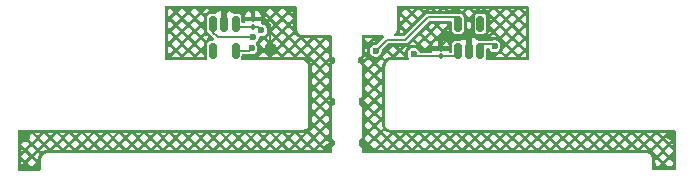
<source format=gbr>
%TF.GenerationSoftware,KiCad,Pcbnew,9.0.6-rc2*%
%TF.CreationDate,2025-11-19T20:35:16-08:00*%
%TF.ProjectId,FPCJr_Trigger_Board,4650434a-725f-4547-9269-676765725f42,rev?*%
%TF.SameCoordinates,Original*%
%TF.FileFunction,Copper,L1,Top*%
%TF.FilePolarity,Positive*%
%FSLAX46Y46*%
G04 Gerber Fmt 4.6, Leading zero omitted, Abs format (unit mm)*
G04 Created by KiCad (PCBNEW 9.0.6-rc2) date 2025-11-19 20:35:16*
%MOMM*%
%LPD*%
G01*
G04 APERTURE LIST*
G04 Aperture macros list*
%AMRoundRect*
0 Rectangle with rounded corners*
0 $1 Rounding radius*
0 $2 $3 $4 $5 $6 $7 $8 $9 X,Y pos of 4 corners*
0 Add a 4 corners polygon primitive as box body*
4,1,4,$2,$3,$4,$5,$6,$7,$8,$9,$2,$3,0*
0 Add four circle primitives for the rounded corners*
1,1,$1+$1,$2,$3*
1,1,$1+$1,$4,$5*
1,1,$1+$1,$6,$7*
1,1,$1+$1,$8,$9*
0 Add four rect primitives between the rounded corners*
20,1,$1+$1,$2,$3,$4,$5,0*
20,1,$1+$1,$4,$5,$6,$7,0*
20,1,$1+$1,$6,$7,$8,$9,0*
20,1,$1+$1,$8,$9,$2,$3,0*%
G04 Aperture macros list end*
%TA.AperFunction,SMDPad,CuDef*%
%ADD10RoundRect,0.100000X-0.100000X0.130000X-0.100000X-0.130000X0.100000X-0.130000X0.100000X0.130000X0*%
%TD*%
%TA.AperFunction,SMDPad,CuDef*%
%ADD11RoundRect,0.150000X0.150000X-0.512500X0.150000X0.512500X-0.150000X0.512500X-0.150000X-0.512500X0*%
%TD*%
%TA.AperFunction,SMDPad,CuDef*%
%ADD12RoundRect,0.150000X-0.150000X0.512500X-0.150000X-0.512500X0.150000X-0.512500X0.150000X0.512500X0*%
%TD*%
%TA.AperFunction,ViaPad*%
%ADD13C,0.600000*%
%TD*%
%TA.AperFunction,Conductor*%
%ADD14C,0.200000*%
%TD*%
G04 APERTURE END LIST*
D10*
%TO.P,C1,1*%
%TO.N,GNDL*%
X261670800Y-149921000D03*
%TO.P,C1,2*%
%TO.N,+3V3L*%
X261670800Y-150561000D03*
%TD*%
D11*
%TO.P,U1,1,IN*%
%TO.N,+3V3L*%
X263147845Y-150098750D03*
%TO.P,U1,2,GND*%
%TO.N,GNDL*%
X264097844Y-150098750D03*
%TO.P,U1,3,EN*%
%TO.N,TRIGGER_EN_L*%
X265047843Y-150098750D03*
%TO.P,U1,4,NC*%
%TO.N,unconnected-(U1-NC-Pad4)*%
X265047843Y-147823750D03*
%TO.P,U1,5,OUT*%
%TO.N,ADC_0*%
X263147845Y-147823750D03*
%TD*%
D12*
%TO.P,U2,1,IN*%
%TO.N,+3V3*%
X244311755Y-147823750D03*
%TO.P,U2,2,GND*%
%TO.N,GND*%
X243361756Y-147823750D03*
%TO.P,U2,3,EN*%
%TO.N,TRIGGER_EN_R*%
X242411757Y-147823750D03*
%TO.P,U2,4,NC*%
%TO.N,unconnected-(U2-NC-Pad4)*%
X242411757Y-150098750D03*
%TO.P,U2,5,OUT*%
%TO.N,ADC_1*%
X244311755Y-150098750D03*
%TD*%
D10*
%TO.P,C2,1*%
%TO.N,GND*%
X245795800Y-147406400D03*
%TO.P,C2,2*%
%TO.N,+3V3*%
X245795800Y-148046400D03*
%TD*%
D13*
%TO.N,GND*%
X226364800Y-157276800D03*
X252247400Y-158496000D03*
X247269000Y-149987000D03*
%TO.N,TRIGGER_EN_L*%
X266242800Y-149707600D03*
%TO.N,+3V3*%
X246507000Y-148361400D03*
%TO.N,ADC_0*%
X256184400Y-150088600D03*
%TO.N,ADC_1*%
X245668800Y-149885400D03*
%TO.N,TRIGGER_EN_R*%
X245770400Y-148945600D03*
%TO.N,+3V3L*%
X259384800Y-150368000D03*
%TO.N,GNDL*%
X262153400Y-148996400D03*
X281279600Y-157124400D03*
X255295400Y-158521400D03*
%TD*%
D14*
%TO.N,GND*%
X247269000Y-147878800D02*
X246796600Y-147406400D01*
X243361756Y-147036244D02*
X243763800Y-146634200D01*
X243361756Y-147823750D02*
X243361756Y-147036244D01*
X243763800Y-146634200D02*
X245414800Y-146634200D01*
X245414800Y-146634200D02*
X245795800Y-147015200D01*
X245795800Y-147015200D02*
X245795800Y-147406400D01*
X246796600Y-147406400D02*
X245795800Y-147406400D01*
X247269000Y-149987000D02*
X247269000Y-147878800D01*
%TO.N,TRIGGER_EN_L*%
X266077556Y-149542356D02*
X264882351Y-149542356D01*
X266242800Y-149707600D02*
X266077556Y-149542356D01*
%TO.N,+3V3*%
X246507000Y-148361400D02*
X246192000Y-148046400D01*
X246192000Y-148046400D02*
X245795800Y-148046400D01*
X244534405Y-148046400D02*
X245795800Y-148046400D01*
X244311755Y-147823750D02*
X244534405Y-148046400D01*
%TO.N,ADC_0*%
X260583097Y-147264703D02*
X263313789Y-147264703D01*
X257098800Y-149174200D02*
X258673600Y-149174200D01*
X258673600Y-149174200D02*
X260583097Y-147264703D01*
X256184400Y-150088600D02*
X257098800Y-149174200D01*
%TO.N,ADC_1*%
X245455450Y-150098750D02*
X245668800Y-149885400D01*
X245668800Y-149885400D02*
X245668800Y-149961600D01*
X244311755Y-150098750D02*
X245455450Y-150098750D01*
%TO.N,TRIGGER_EN_R*%
X242798600Y-148945600D02*
X245770400Y-148945600D01*
X242411757Y-147823750D02*
X242411757Y-148558757D01*
X242722400Y-148869400D02*
X242798600Y-148945600D01*
X242411757Y-148558757D02*
X242722400Y-148869400D01*
%TO.N,+3V3L*%
X263147845Y-150098750D02*
X263147845Y-150371731D01*
X259384800Y-150368000D02*
X259577800Y-150561000D01*
X263147845Y-150371731D02*
X262958576Y-150561000D01*
X259577800Y-150561000D02*
X261670800Y-150561000D01*
X262958576Y-150561000D02*
X261670800Y-150561000D01*
%TO.N,GNDL*%
X262064500Y-149339300D02*
X261670800Y-149733000D01*
X263829800Y-149072600D02*
X262331200Y-149072600D01*
X264097844Y-149340644D02*
X263829800Y-149072600D01*
X262064500Y-149085300D02*
X262064500Y-149339300D01*
X262153400Y-148996400D02*
X262064500Y-149085300D01*
X264097844Y-150098750D02*
X264097844Y-149340644D01*
X262331200Y-149072600D02*
X262064500Y-149339300D01*
X261670800Y-149733000D02*
X261670800Y-149921000D01*
%TD*%
%TA.AperFunction,Conductor*%
%TO.N,GND*%
G36*
X249422339Y-146300184D02*
G01*
X249468094Y-146352988D01*
X249479300Y-146404499D01*
X249479300Y-148247666D01*
X249509408Y-148379580D01*
X249509411Y-148379588D01*
X249568123Y-148501504D01*
X249652494Y-148607305D01*
X249695396Y-148641517D01*
X249758293Y-148691675D01*
X249880212Y-148750389D01*
X249880216Y-148750389D01*
X249880219Y-148750391D01*
X250012133Y-148780499D01*
X250012138Y-148780499D01*
X250012140Y-148780500D01*
X250012142Y-148780500D01*
X250175324Y-148780500D01*
X250175333Y-148780499D01*
X252355300Y-148780499D01*
X252422339Y-148800184D01*
X252468094Y-148852988D01*
X252479300Y-148904499D01*
X252479300Y-150441940D01*
X252508707Y-150512935D01*
X252517436Y-150534008D01*
X252587903Y-150604475D01*
X252605199Y-150611639D01*
X252647752Y-150629265D01*
X252702156Y-150673106D01*
X252724221Y-150739400D01*
X252724300Y-150744117D01*
X252723604Y-151040975D01*
X252703762Y-151107968D01*
X252650851Y-151153599D01*
X252647058Y-151155244D01*
X252587905Y-151179746D01*
X252587901Y-151179749D01*
X252517436Y-151250214D01*
X252479300Y-151342282D01*
X252479300Y-151342284D01*
X252479300Y-153842284D01*
X252479300Y-153941940D01*
X252517436Y-154034009D01*
X252587903Y-154104476D01*
X252639563Y-154125874D01*
X252693967Y-154169715D01*
X252716032Y-154236009D01*
X252716111Y-154240726D01*
X252715399Y-154544374D01*
X252695557Y-154611367D01*
X252642646Y-154656998D01*
X252638855Y-154658642D01*
X252587906Y-154679747D01*
X252587901Y-154679749D01*
X252517436Y-154750214D01*
X252479300Y-154842282D01*
X252479300Y-157441941D01*
X252517436Y-157534008D01*
X252517436Y-157534009D01*
X252587903Y-157604476D01*
X252631374Y-157622482D01*
X252685778Y-157666323D01*
X252707843Y-157732617D01*
X252707922Y-157737334D01*
X252707194Y-158047774D01*
X252687352Y-158114767D01*
X252634441Y-158160398D01*
X252630647Y-158162044D01*
X252587902Y-158179749D01*
X252517436Y-158250215D01*
X252479300Y-158342283D01*
X252479300Y-158655500D01*
X252459615Y-158722539D01*
X252406811Y-158768294D01*
X252355300Y-158779500D01*
X228422098Y-158779500D01*
X228421997Y-158779491D01*
X228418307Y-158779491D01*
X228418170Y-158779451D01*
X228310510Y-158779471D01*
X228200507Y-158804605D01*
X228098873Y-158853586D01*
X228098872Y-158853587D01*
X228097311Y-158854833D01*
X228010684Y-158923969D01*
X228010683Y-158923970D01*
X228010682Y-158923971D01*
X227940374Y-159012213D01*
X227940369Y-159012221D01*
X227891472Y-159113886D01*
X227891471Y-159113890D01*
X227866427Y-159223907D01*
X227866426Y-159223910D01*
X227866427Y-159224357D01*
X227866425Y-159224404D01*
X227867005Y-160124520D01*
X227847364Y-160191572D01*
X227794589Y-160237361D01*
X227743005Y-160248600D01*
X225992109Y-160248600D01*
X225925070Y-160228915D01*
X225879315Y-160176111D01*
X225868109Y-160124628D01*
X225867943Y-159388135D01*
X226140942Y-159388135D01*
X226141026Y-159764303D01*
X226329067Y-159576262D01*
X226681207Y-159576262D01*
X226954545Y-159849600D01*
X227117805Y-159849600D01*
X227391143Y-159576262D01*
X227036175Y-159221294D01*
X226681207Y-159576262D01*
X226329067Y-159576262D01*
X226329068Y-159576261D01*
X226140942Y-159388135D01*
X225867943Y-159388135D01*
X225867886Y-159136147D01*
X225867866Y-159045224D01*
X226150169Y-159045224D01*
X226505138Y-159400193D01*
X226860106Y-159045225D01*
X227212244Y-159045225D01*
X227567211Y-159400192D01*
X227593521Y-159373882D01*
X227593425Y-159224002D01*
X227593426Y-159223912D01*
X227593424Y-159216347D01*
X227593616Y-159209411D01*
X227593694Y-159208012D01*
X227594274Y-159201101D01*
X227595981Y-159185874D01*
X227596949Y-159178987D01*
X227597183Y-159177605D01*
X227598536Y-159170783D01*
X227626982Y-159045822D01*
X227628727Y-159039046D01*
X227629115Y-159037698D01*
X227631213Y-159031108D01*
X227636270Y-159016630D01*
X227638734Y-159010159D01*
X227639270Y-159008862D01*
X227642123Y-159002477D01*
X227697673Y-158886977D01*
X227700883Y-158880757D01*
X227701562Y-158879528D01*
X227705076Y-158873567D01*
X227713229Y-158860579D01*
X227717063Y-158854833D01*
X227717874Y-158853688D01*
X227722082Y-158848090D01*
X227723395Y-158846440D01*
X227567212Y-158690257D01*
X227212244Y-159045225D01*
X226860106Y-159045225D01*
X226505137Y-158690256D01*
X226150169Y-159045224D01*
X225867866Y-159045224D01*
X225867704Y-158325822D01*
X226140703Y-158325822D01*
X226140788Y-158702467D01*
X226329067Y-158514188D01*
X226681207Y-158514188D01*
X227036175Y-158869156D01*
X227391143Y-158514188D01*
X227743281Y-158514188D01*
X227895613Y-158666520D01*
X227934571Y-158635428D01*
X227940132Y-158631241D01*
X227941277Y-158630428D01*
X227947064Y-158626558D01*
X227960047Y-158618395D01*
X227966010Y-158614875D01*
X227967237Y-158614196D01*
X227973442Y-158610986D01*
X228088899Y-158555344D01*
X228095267Y-158552494D01*
X228096563Y-158551957D01*
X228103048Y-158549480D01*
X228117521Y-158544412D01*
X228124122Y-158542305D01*
X228125470Y-158541916D01*
X228132230Y-158540170D01*
X228257171Y-158511623D01*
X228264019Y-158510260D01*
X228265402Y-158510025D01*
X228272256Y-158509057D01*
X228287492Y-158507336D01*
X228294429Y-158506749D01*
X228295830Y-158506670D01*
X228302787Y-158506473D01*
X228423212Y-158506450D01*
X228423464Y-158506500D01*
X228445530Y-158506500D01*
X228813044Y-158506500D01*
X229507604Y-158506500D01*
X229875118Y-158506500D01*
X230569678Y-158506500D01*
X230937193Y-158506500D01*
X231631753Y-158506500D01*
X231999267Y-158506500D01*
X232693827Y-158506500D01*
X233061341Y-158506500D01*
X233755902Y-158506500D01*
X234123416Y-158506500D01*
X234817976Y-158506500D01*
X235185490Y-158506500D01*
X235880050Y-158506500D01*
X236247564Y-158506500D01*
X236942125Y-158506500D01*
X237309639Y-158506500D01*
X238004199Y-158506500D01*
X238371713Y-158506500D01*
X239066273Y-158506500D01*
X239433788Y-158506500D01*
X240128348Y-158506500D01*
X240495862Y-158506500D01*
X241190422Y-158506500D01*
X241557936Y-158506500D01*
X242252497Y-158506500D01*
X242620011Y-158506500D01*
X243314571Y-158506500D01*
X243682085Y-158506500D01*
X244376645Y-158506500D01*
X244744160Y-158506500D01*
X245438720Y-158506500D01*
X245806234Y-158506500D01*
X246500794Y-158506500D01*
X246868308Y-158506500D01*
X247562869Y-158506500D01*
X247930383Y-158506500D01*
X248624943Y-158506500D01*
X248992457Y-158506500D01*
X249687017Y-158506500D01*
X250054532Y-158506500D01*
X250749092Y-158506500D01*
X251116606Y-158506500D01*
X251698400Y-158506500D01*
X251698400Y-158440048D01*
X251702625Y-158407955D01*
X251704737Y-158400071D01*
X251463886Y-158159220D01*
X251116606Y-158506500D01*
X250749092Y-158506500D01*
X250401812Y-158159220D01*
X250054532Y-158506500D01*
X249687017Y-158506500D01*
X249339737Y-158159220D01*
X248992457Y-158506500D01*
X248624943Y-158506500D01*
X248277663Y-158159220D01*
X247930383Y-158506500D01*
X247562869Y-158506500D01*
X247215588Y-158159219D01*
X246868308Y-158506500D01*
X246500794Y-158506500D01*
X246153514Y-158159220D01*
X245806234Y-158506500D01*
X245438720Y-158506500D01*
X245091440Y-158159220D01*
X244744160Y-158506500D01*
X244376645Y-158506500D01*
X244029365Y-158159220D01*
X243682085Y-158506500D01*
X243314571Y-158506500D01*
X242967291Y-158159220D01*
X242620011Y-158506500D01*
X242252497Y-158506500D01*
X241905216Y-158159219D01*
X241557936Y-158506500D01*
X241190422Y-158506500D01*
X240843142Y-158159220D01*
X240495862Y-158506500D01*
X240128348Y-158506500D01*
X239781068Y-158159220D01*
X239433788Y-158506500D01*
X239066273Y-158506500D01*
X238718993Y-158159220D01*
X238371713Y-158506500D01*
X238004199Y-158506500D01*
X237656919Y-158159220D01*
X237309639Y-158506500D01*
X236942125Y-158506500D01*
X236594844Y-158159219D01*
X236247564Y-158506500D01*
X235880050Y-158506500D01*
X235532770Y-158159220D01*
X235185490Y-158506500D01*
X234817976Y-158506500D01*
X234470696Y-158159220D01*
X234123416Y-158506500D01*
X233755902Y-158506500D01*
X233408621Y-158159219D01*
X233061341Y-158506500D01*
X232693827Y-158506500D01*
X232346547Y-158159220D01*
X231999267Y-158506500D01*
X231631753Y-158506500D01*
X231284473Y-158159220D01*
X230937193Y-158506500D01*
X230569678Y-158506500D01*
X230222398Y-158159220D01*
X229875118Y-158506500D01*
X229507604Y-158506500D01*
X229160324Y-158159220D01*
X228813044Y-158506500D01*
X228445530Y-158506500D01*
X228098249Y-158159219D01*
X227743281Y-158514188D01*
X227391143Y-158514188D01*
X227036175Y-158159220D01*
X226681207Y-158514188D01*
X226329067Y-158514188D01*
X226329068Y-158514187D01*
X226140703Y-158325822D01*
X225867704Y-158325822D01*
X225867627Y-157983149D01*
X226150169Y-157983149D01*
X226505138Y-158338118D01*
X226860106Y-157983150D01*
X227212243Y-157983150D01*
X227567212Y-158338118D01*
X227922180Y-157983150D01*
X228274318Y-157983150D01*
X228629287Y-158338118D01*
X228984255Y-157983150D01*
X229336392Y-157983150D01*
X229691361Y-158338118D01*
X230046329Y-157983150D01*
X230398466Y-157983150D01*
X230753435Y-158338118D01*
X231108403Y-157983150D01*
X231460541Y-157983150D01*
X231815510Y-158338118D01*
X232170478Y-157983150D01*
X232522615Y-157983150D01*
X232877584Y-158338118D01*
X233232552Y-157983150D01*
X233584690Y-157983150D01*
X233939659Y-158338118D01*
X234294627Y-157983150D01*
X234646764Y-157983150D01*
X235001733Y-158338118D01*
X235356701Y-157983150D01*
X235708838Y-157983150D01*
X236063807Y-158338118D01*
X236418775Y-157983150D01*
X236770913Y-157983150D01*
X237125882Y-158338118D01*
X237480850Y-157983150D01*
X237832987Y-157983150D01*
X238187956Y-158338118D01*
X238542924Y-157983150D01*
X238895062Y-157983150D01*
X239250030Y-158338118D01*
X239604999Y-157983150D01*
X239957136Y-157983150D01*
X240312105Y-158338118D01*
X240667073Y-157983150D01*
X241019210Y-157983150D01*
X241374179Y-158338118D01*
X241729147Y-157983150D01*
X242081285Y-157983150D01*
X242436254Y-158338118D01*
X242791222Y-157983150D01*
X243143359Y-157983150D01*
X243498328Y-158338118D01*
X243853296Y-157983150D01*
X244205433Y-157983150D01*
X244560402Y-158338118D01*
X244915370Y-157983150D01*
X245267508Y-157983150D01*
X245622477Y-158338118D01*
X245977445Y-157983150D01*
X246329582Y-157983150D01*
X246684551Y-158338118D01*
X247039519Y-157983150D01*
X247391657Y-157983150D01*
X247746626Y-158338118D01*
X248101594Y-157983150D01*
X248453731Y-157983150D01*
X248808700Y-158338118D01*
X249163668Y-157983150D01*
X249515805Y-157983150D01*
X249870774Y-158338118D01*
X250225742Y-157983150D01*
X250577880Y-157983150D01*
X250932849Y-158338118D01*
X251287817Y-157983150D01*
X251639955Y-157983150D01*
X251812919Y-158156114D01*
X251819635Y-158147363D01*
X251898763Y-158068235D01*
X251924443Y-158048529D01*
X252021355Y-157992576D01*
X252051263Y-157980188D01*
X252159355Y-157951225D01*
X252191448Y-157947000D01*
X252303352Y-157947000D01*
X252308428Y-157947668D01*
X252308442Y-157941701D01*
X251994923Y-157628182D01*
X251639955Y-157983150D01*
X251287817Y-157983150D01*
X250932849Y-157628182D01*
X250577880Y-157983150D01*
X250225742Y-157983150D01*
X249870774Y-157628182D01*
X249515805Y-157983150D01*
X249163668Y-157983150D01*
X248808700Y-157628182D01*
X248453731Y-157983150D01*
X248101594Y-157983150D01*
X247746626Y-157628182D01*
X247391657Y-157983150D01*
X247039519Y-157983150D01*
X246684551Y-157628182D01*
X246329582Y-157983150D01*
X245977445Y-157983150D01*
X245622477Y-157628182D01*
X245267508Y-157983150D01*
X244915370Y-157983150D01*
X244560402Y-157628181D01*
X244205433Y-157983150D01*
X243853296Y-157983150D01*
X243498328Y-157628182D01*
X243143359Y-157983150D01*
X242791222Y-157983150D01*
X242436254Y-157628182D01*
X242081285Y-157983150D01*
X241729147Y-157983150D01*
X241374179Y-157628182D01*
X241019210Y-157983150D01*
X240667073Y-157983150D01*
X240312105Y-157628182D01*
X239957136Y-157983150D01*
X239604999Y-157983150D01*
X239250030Y-157628181D01*
X238895062Y-157983150D01*
X238542924Y-157983150D01*
X238187956Y-157628182D01*
X237832987Y-157983150D01*
X237480850Y-157983150D01*
X237125882Y-157628182D01*
X236770913Y-157983150D01*
X236418775Y-157983150D01*
X236063807Y-157628182D01*
X235708838Y-157983150D01*
X235356701Y-157983150D01*
X235001733Y-157628182D01*
X234646764Y-157983150D01*
X234294627Y-157983150D01*
X233939659Y-157628182D01*
X233584690Y-157983150D01*
X233232552Y-157983150D01*
X232877584Y-157628182D01*
X232522615Y-157983150D01*
X232170478Y-157983150D01*
X231815510Y-157628182D01*
X231460541Y-157983150D01*
X231108403Y-157983150D01*
X230753435Y-157628181D01*
X230398466Y-157983150D01*
X230046329Y-157983150D01*
X229691361Y-157628182D01*
X229336392Y-157983150D01*
X228984255Y-157983150D01*
X228629287Y-157628182D01*
X228274318Y-157983150D01*
X227922180Y-157983150D01*
X227567212Y-157628182D01*
X227212243Y-157983150D01*
X226860106Y-157983150D01*
X226632899Y-157755943D01*
X226590845Y-157780224D01*
X226560937Y-157792612D01*
X226452845Y-157821575D01*
X226420752Y-157825800D01*
X226308848Y-157825800D01*
X226307673Y-157825645D01*
X226150169Y-157983149D01*
X225867627Y-157983149D01*
X225867538Y-157589245D01*
X226818339Y-157589245D01*
X227036175Y-157807081D01*
X227391143Y-157452113D01*
X227743281Y-157452113D01*
X228098249Y-157807081D01*
X228453218Y-157452113D01*
X228805356Y-157452113D01*
X229160324Y-157807081D01*
X229515292Y-157452113D01*
X229867430Y-157452113D01*
X230222398Y-157807081D01*
X230577366Y-157452113D01*
X230929505Y-157452113D01*
X231284473Y-157807081D01*
X231639441Y-157452113D01*
X231991579Y-157452113D01*
X232346547Y-157807081D01*
X232701515Y-157452113D01*
X233053653Y-157452113D01*
X233408621Y-157807081D01*
X233763589Y-157452113D01*
X234115728Y-157452113D01*
X234470696Y-157807081D01*
X234825664Y-157452113D01*
X235177802Y-157452113D01*
X235532770Y-157807081D01*
X235887738Y-157452113D01*
X236239876Y-157452113D01*
X236594844Y-157807081D01*
X236949813Y-157452113D01*
X237301951Y-157452113D01*
X237656919Y-157807081D01*
X238011887Y-157452113D01*
X238364025Y-157452113D01*
X238718993Y-157807081D01*
X239073961Y-157452113D01*
X239426100Y-157452113D01*
X239781068Y-157807081D01*
X240136036Y-157452113D01*
X240488174Y-157452113D01*
X240843142Y-157807081D01*
X241198110Y-157452113D01*
X241550248Y-157452113D01*
X241905216Y-157807081D01*
X242260185Y-157452113D01*
X242612323Y-157452113D01*
X242967291Y-157807081D01*
X243322259Y-157452113D01*
X243674397Y-157452113D01*
X244029365Y-157807081D01*
X244384333Y-157452113D01*
X244736472Y-157452113D01*
X245091440Y-157807081D01*
X245446408Y-157452113D01*
X245798546Y-157452113D01*
X246153514Y-157807081D01*
X246508482Y-157452113D01*
X246860620Y-157452113D01*
X247215588Y-157807081D01*
X247570556Y-157452113D01*
X247922695Y-157452113D01*
X248277663Y-157807081D01*
X248632631Y-157452113D01*
X248984769Y-157452113D01*
X249339737Y-157807081D01*
X249694705Y-157452113D01*
X250046844Y-157452113D01*
X250401812Y-157807081D01*
X250756780Y-157452113D01*
X251108918Y-157452113D01*
X251463886Y-157807081D01*
X251818854Y-157452113D01*
X251463886Y-157097145D01*
X251108918Y-157452113D01*
X250756780Y-157452113D01*
X250401812Y-157097145D01*
X250046844Y-157452113D01*
X249694705Y-157452113D01*
X249339737Y-157097145D01*
X248984769Y-157452113D01*
X248632631Y-157452113D01*
X248277663Y-157097145D01*
X247922695Y-157452113D01*
X247570556Y-157452113D01*
X247215588Y-157097144D01*
X246860620Y-157452113D01*
X246508482Y-157452113D01*
X246153514Y-157097145D01*
X245798546Y-157452113D01*
X245446408Y-157452113D01*
X245091440Y-157097145D01*
X244736472Y-157452113D01*
X244384333Y-157452113D01*
X244029365Y-157097145D01*
X243674397Y-157452113D01*
X243322259Y-157452113D01*
X242967291Y-157097145D01*
X242612323Y-157452113D01*
X242260185Y-157452113D01*
X241905216Y-157097144D01*
X241550248Y-157452113D01*
X241198110Y-157452113D01*
X240843142Y-157097145D01*
X240488174Y-157452113D01*
X240136036Y-157452113D01*
X239781068Y-157097145D01*
X239426100Y-157452113D01*
X239073961Y-157452113D01*
X238718993Y-157097145D01*
X238364025Y-157452113D01*
X238011887Y-157452113D01*
X237656919Y-157097145D01*
X237301951Y-157452113D01*
X236949813Y-157452113D01*
X236594844Y-157097144D01*
X236239876Y-157452113D01*
X235887738Y-157452113D01*
X235532770Y-157097145D01*
X235177802Y-157452113D01*
X234825664Y-157452113D01*
X234470696Y-157097145D01*
X234115728Y-157452113D01*
X233763589Y-157452113D01*
X233408621Y-157097144D01*
X233053653Y-157452113D01*
X232701515Y-157452113D01*
X232346547Y-157097145D01*
X231991579Y-157452113D01*
X231639441Y-157452113D01*
X231284473Y-157097145D01*
X230929505Y-157452113D01*
X230577366Y-157452113D01*
X230222398Y-157097145D01*
X229867430Y-157452113D01*
X229515292Y-157452113D01*
X229160324Y-157097145D01*
X228805356Y-157452113D01*
X228453218Y-157452113D01*
X228098249Y-157097144D01*
X227743281Y-157452113D01*
X227391143Y-157452113D01*
X227036174Y-157097144D01*
X226913645Y-157219673D01*
X226913800Y-157220848D01*
X226913800Y-157332752D01*
X226909575Y-157364845D01*
X226880612Y-157472937D01*
X226868224Y-157502845D01*
X226818339Y-157589245D01*
X225867538Y-157589245D01*
X225867420Y-157064667D01*
X225867417Y-157053500D01*
X227344668Y-157053500D01*
X227567212Y-157276044D01*
X227789756Y-157053500D01*
X228406743Y-157053500D01*
X228629287Y-157276044D01*
X228851831Y-157053500D01*
X229468817Y-157053500D01*
X229691361Y-157276044D01*
X229913905Y-157053500D01*
X230530891Y-157053500D01*
X230753435Y-157276044D01*
X230975980Y-157053500D01*
X231592966Y-157053500D01*
X231815510Y-157276044D01*
X232038054Y-157053500D01*
X232655040Y-157053500D01*
X232877584Y-157276044D01*
X233100128Y-157053500D01*
X233717115Y-157053500D01*
X233939659Y-157276044D01*
X234162203Y-157053500D01*
X234779189Y-157053500D01*
X235001733Y-157276044D01*
X235224277Y-157053500D01*
X235841263Y-157053500D01*
X236063807Y-157276044D01*
X236286351Y-157053500D01*
X236903338Y-157053500D01*
X237125882Y-157276044D01*
X237348426Y-157053500D01*
X237965412Y-157053500D01*
X238187956Y-157276044D01*
X238410500Y-157053500D01*
X239027486Y-157053500D01*
X239250030Y-157276044D01*
X239472575Y-157053500D01*
X240089561Y-157053500D01*
X240312105Y-157276044D01*
X240534649Y-157053500D01*
X241151635Y-157053500D01*
X241374179Y-157276044D01*
X241596723Y-157053500D01*
X242213710Y-157053500D01*
X242436254Y-157276044D01*
X242658798Y-157053500D01*
X243275784Y-157053500D01*
X243498328Y-157276044D01*
X243720872Y-157053500D01*
X244337858Y-157053500D01*
X244560402Y-157276044D01*
X244782947Y-157053500D01*
X245399933Y-157053500D01*
X245622477Y-157276044D01*
X245845021Y-157053500D01*
X246462007Y-157053500D01*
X246684551Y-157276044D01*
X246907095Y-157053500D01*
X247524082Y-157053500D01*
X247746626Y-157276044D01*
X247969170Y-157053500D01*
X248586156Y-157053500D01*
X248808700Y-157276044D01*
X249031244Y-157053500D01*
X249648230Y-157053500D01*
X249870774Y-157276044D01*
X250101115Y-157045702D01*
X250089469Y-157048361D01*
X250082634Y-157049720D01*
X250081250Y-157049955D01*
X250074364Y-157050927D01*
X250064312Y-157052058D01*
X250062808Y-157052324D01*
X250059917Y-157052662D01*
X250045487Y-157053501D01*
X250041521Y-157053500D01*
X250041517Y-157053501D01*
X249908054Y-157053501D01*
X249908046Y-157053500D01*
X249648230Y-157053500D01*
X249031244Y-157053500D01*
X248586156Y-157053500D01*
X247969170Y-157053500D01*
X247524082Y-157053500D01*
X246907095Y-157053500D01*
X246462007Y-157053500D01*
X245845021Y-157053500D01*
X245399933Y-157053500D01*
X244782947Y-157053500D01*
X244337858Y-157053500D01*
X243720872Y-157053500D01*
X243275784Y-157053500D01*
X242658798Y-157053500D01*
X242213710Y-157053500D01*
X241596723Y-157053500D01*
X241151635Y-157053500D01*
X240534649Y-157053500D01*
X240089561Y-157053500D01*
X239472575Y-157053500D01*
X239027486Y-157053500D01*
X238410500Y-157053500D01*
X237965412Y-157053500D01*
X237348426Y-157053500D01*
X236903338Y-157053500D01*
X236286351Y-157053500D01*
X235841263Y-157053500D01*
X235224277Y-157053500D01*
X234779189Y-157053500D01*
X234162203Y-157053500D01*
X233717115Y-157053500D01*
X233100128Y-157053500D01*
X232655040Y-157053500D01*
X232038054Y-157053500D01*
X231592966Y-157053500D01*
X230975980Y-157053500D01*
X230530891Y-157053500D01*
X229913905Y-157053500D01*
X229468817Y-157053500D01*
X228851831Y-157053500D01*
X228406743Y-157053500D01*
X227789756Y-157053500D01*
X227344668Y-157053500D01*
X225867417Y-157053500D01*
X225867388Y-156921076D01*
X250577881Y-156921076D01*
X250932849Y-157276044D01*
X251287817Y-156921076D01*
X251639955Y-156921076D01*
X251994923Y-157276044D01*
X252206300Y-157064667D01*
X252206300Y-156777485D01*
X251994923Y-156566108D01*
X251639955Y-156921076D01*
X251287817Y-156921076D01*
X250932849Y-156566108D01*
X250577881Y-156921076D01*
X225867388Y-156921076D01*
X225867384Y-156904528D01*
X225887053Y-156837484D01*
X225939847Y-156791717D01*
X225991384Y-156780500D01*
X249910963Y-156780500D01*
X249910967Y-156780501D01*
X250031162Y-156780501D01*
X250031162Y-156780502D01*
X250031172Y-156780500D01*
X250036193Y-156780500D01*
X250146150Y-156755403D01*
X250247766Y-156706467D01*
X250335946Y-156636147D01*
X250406266Y-156547968D01*
X250455202Y-156446352D01*
X250468056Y-156390039D01*
X251108918Y-156390039D01*
X251463886Y-156745007D01*
X251818854Y-156390039D01*
X251463886Y-156035071D01*
X251108918Y-156390039D01*
X250468056Y-156390039D01*
X250480300Y-156336395D01*
X250480300Y-156280002D01*
X250480300Y-156235832D01*
X250480300Y-155683583D01*
X250753300Y-155683583D01*
X250753300Y-156034421D01*
X250932849Y-156213970D01*
X251287817Y-155859002D01*
X251639955Y-155859002D01*
X251994923Y-156213970D01*
X252206300Y-156002593D01*
X252206300Y-155715411D01*
X251994923Y-155504034D01*
X251639955Y-155859002D01*
X251287817Y-155859002D01*
X250932849Y-155504034D01*
X250753300Y-155683583D01*
X250480300Y-155683583D01*
X250480300Y-155327964D01*
X251108917Y-155327964D01*
X251463886Y-155682932D01*
X251818854Y-155327964D01*
X251463886Y-154972996D01*
X251108917Y-155327964D01*
X250480300Y-155327964D01*
X250480300Y-154621508D01*
X250753300Y-154621508D01*
X250753300Y-154972346D01*
X250932849Y-155151895D01*
X251287817Y-154796927D01*
X251639955Y-154796927D01*
X251994923Y-155151895D01*
X252206300Y-154940518D01*
X252206300Y-154828843D01*
X252206898Y-154816679D01*
X252207139Y-154814234D01*
X252208923Y-154802208D01*
X252214167Y-154775843D01*
X252217126Y-154764031D01*
X252217839Y-154761681D01*
X252221937Y-154750230D01*
X252245736Y-154692772D01*
X251994923Y-154441959D01*
X251639955Y-154796927D01*
X251287817Y-154796927D01*
X250932849Y-154441959D01*
X250753300Y-154621508D01*
X250480300Y-154621508D01*
X250480300Y-154265890D01*
X251108918Y-154265890D01*
X251463886Y-154620858D01*
X251818854Y-154265890D01*
X252170992Y-154265890D01*
X252316709Y-154411607D01*
X252317159Y-154219811D01*
X252314892Y-154217544D01*
X252306708Y-154208514D01*
X252305150Y-154206615D01*
X252297914Y-154196856D01*
X252282979Y-154174505D01*
X252276727Y-154164076D01*
X252275569Y-154161910D01*
X252275377Y-154161504D01*
X252170992Y-154265890D01*
X251818854Y-154265890D01*
X251463886Y-153910922D01*
X251108918Y-154265890D01*
X250480300Y-154265890D01*
X250480300Y-153559434D01*
X250753300Y-153559434D01*
X250753300Y-153910272D01*
X250932849Y-154089821D01*
X251287817Y-153734853D01*
X251639955Y-153734853D01*
X251994923Y-154089821D01*
X252206300Y-153878444D01*
X252206300Y-153591262D01*
X251994923Y-153379885D01*
X251639955Y-153734853D01*
X251287817Y-153734853D01*
X250932849Y-153379885D01*
X250753300Y-153559434D01*
X250480300Y-153559434D01*
X250480300Y-153203816D01*
X251108918Y-153203816D01*
X251463886Y-153558784D01*
X251818854Y-153203816D01*
X251463886Y-152848848D01*
X251108918Y-153203816D01*
X250480300Y-153203816D01*
X250480300Y-152497359D01*
X250753300Y-152497359D01*
X250753300Y-152848198D01*
X250932849Y-153027747D01*
X251287817Y-152672778D01*
X251639954Y-152672778D01*
X251994923Y-153027747D01*
X252206300Y-152816370D01*
X252206300Y-152529187D01*
X251994923Y-152317810D01*
X251639954Y-152672778D01*
X251287817Y-152672778D01*
X250932848Y-152317810D01*
X250753300Y-152497359D01*
X250480300Y-152497359D01*
X250480300Y-152141741D01*
X251108918Y-152141741D01*
X251463886Y-152496709D01*
X251818854Y-152141741D01*
X251463886Y-151786773D01*
X251108918Y-152141741D01*
X250480300Y-152141741D01*
X250480300Y-151435284D01*
X250753300Y-151435284D01*
X250753300Y-151786123D01*
X250932849Y-151965672D01*
X251287817Y-151610704D01*
X251639955Y-151610704D01*
X251994923Y-151965672D01*
X252206300Y-151754295D01*
X252206300Y-151467113D01*
X251994923Y-151255736D01*
X251639955Y-151610704D01*
X251287817Y-151610704D01*
X250932848Y-151255735D01*
X250753300Y-151435284D01*
X250480300Y-151435284D01*
X250480300Y-151430172D01*
X250480300Y-151412340D01*
X250480299Y-151412338D01*
X250480299Y-151412333D01*
X250450191Y-151280419D01*
X250450189Y-151280416D01*
X250450189Y-151280412D01*
X250391475Y-151158493D01*
X250351183Y-151107968D01*
X250307105Y-151052694D01*
X250201304Y-150968323D01*
X250079388Y-150909611D01*
X250079380Y-150909608D01*
X249947466Y-150879500D01*
X249947460Y-150879500D01*
X249929628Y-150879500D01*
X244918870Y-150879500D01*
X244851831Y-150859815D01*
X244806076Y-150807011D01*
X244798588Y-150754932D01*
X250371578Y-150754932D01*
X250483309Y-150844032D01*
X250488637Y-150848531D01*
X250489683Y-150849466D01*
X250494725Y-150854234D01*
X250505566Y-150865075D01*
X250510334Y-150870117D01*
X250511269Y-150871163D01*
X250515768Y-150876491D01*
X250609695Y-150994275D01*
X250613865Y-150999814D01*
X250614677Y-151000958D01*
X250618552Y-151006757D01*
X250626708Y-151019737D01*
X250630231Y-151025708D01*
X250630910Y-151026936D01*
X250634114Y-151033137D01*
X250689109Y-151147337D01*
X250756778Y-151079667D01*
X251108918Y-151079667D01*
X251463886Y-151434635D01*
X251818854Y-151079667D01*
X252170992Y-151079667D01*
X252256972Y-151165647D01*
X252270361Y-151133324D01*
X252275569Y-151122314D01*
X252276727Y-151120148D01*
X252282979Y-151109719D01*
X252297914Y-151087368D01*
X252305150Y-151077609D01*
X252306708Y-151075710D01*
X252314891Y-151066681D01*
X252324565Y-151057005D01*
X252324873Y-150925785D01*
X252170992Y-151079667D01*
X251818854Y-151079667D01*
X251463886Y-150724699D01*
X251108918Y-151079667D01*
X250756778Y-151079667D01*
X250756779Y-151079666D01*
X250401811Y-150724698D01*
X250371578Y-150754932D01*
X244798588Y-150754932D01*
X244796132Y-150737853D01*
X244800397Y-150718892D01*
X244802325Y-150712648D01*
X244802328Y-150712643D01*
X244812255Y-150644510D01*
X244812255Y-150548630D01*
X246329583Y-150548630D01*
X246387453Y-150606500D01*
X246981649Y-150606500D01*
X247039519Y-150548630D01*
X247391658Y-150548630D01*
X247449528Y-150606500D01*
X248043724Y-150606500D01*
X248101594Y-150548630D01*
X248453732Y-150548630D01*
X248511602Y-150606500D01*
X249105798Y-150606500D01*
X249163668Y-150548630D01*
X249515806Y-150548630D01*
X249573676Y-150606500D01*
X249955125Y-150606500D01*
X249962106Y-150606697D01*
X249963507Y-150606776D01*
X249970407Y-150607358D01*
X249985640Y-150609074D01*
X249992531Y-150610047D01*
X249993914Y-150610282D01*
X250000734Y-150611639D01*
X250132628Y-150641742D01*
X250225740Y-150548630D01*
X250577881Y-150548630D01*
X250932849Y-150903598D01*
X251287817Y-150548630D01*
X251639955Y-150548630D01*
X251994923Y-150903598D01*
X252263700Y-150634820D01*
X252221937Y-150533993D01*
X252217839Y-150522542D01*
X252217126Y-150520192D01*
X252214167Y-150508380D01*
X252208923Y-150482015D01*
X252207139Y-150469989D01*
X252206898Y-150467544D01*
X252206300Y-150455380D01*
X252206300Y-150405039D01*
X251994923Y-150193662D01*
X251639955Y-150548630D01*
X251287817Y-150548630D01*
X250932849Y-150193662D01*
X250577881Y-150548630D01*
X250225740Y-150548630D01*
X250225741Y-150548629D01*
X249870774Y-150193662D01*
X249515806Y-150548630D01*
X249163668Y-150548630D01*
X248808700Y-150193662D01*
X248453732Y-150548630D01*
X248101594Y-150548630D01*
X247770075Y-150217111D01*
X247716471Y-150309957D01*
X247696765Y-150335637D01*
X247617637Y-150414765D01*
X247591957Y-150434471D01*
X247495045Y-150490424D01*
X247465136Y-150502812D01*
X247427352Y-150512935D01*
X247391658Y-150548630D01*
X247039519Y-150548630D01*
X246684551Y-150193662D01*
X246329583Y-150548630D01*
X244812255Y-150548630D01*
X244812255Y-150523250D01*
X244831940Y-150456211D01*
X244884744Y-150410456D01*
X244936255Y-150399250D01*
X245495011Y-150399250D01*
X245495012Y-150399250D01*
X245541777Y-150386719D01*
X245594604Y-150386720D01*
X245594852Y-150384839D01*
X245602906Y-150385899D01*
X245602908Y-150385900D01*
X245602910Y-150385900D01*
X245734690Y-150385900D01*
X245734692Y-150385900D01*
X245861986Y-150351792D01*
X245976114Y-150285900D01*
X246069300Y-150192714D01*
X246111795Y-150119111D01*
X246406963Y-150119111D01*
X246508482Y-150017593D01*
X246508481Y-150017592D01*
X247922694Y-150017592D01*
X248277663Y-150372561D01*
X248632631Y-150017592D01*
X248984768Y-150017592D01*
X249339737Y-150372561D01*
X249694705Y-150017592D01*
X250046843Y-150017592D01*
X250401812Y-150372561D01*
X250756780Y-150017592D01*
X251108917Y-150017592D01*
X251463886Y-150372561D01*
X251818854Y-150017592D01*
X251463886Y-149662624D01*
X251108917Y-150017592D01*
X250756780Y-150017592D01*
X250401812Y-149662624D01*
X250046843Y-150017592D01*
X249694705Y-150017592D01*
X249339737Y-149662624D01*
X248984768Y-150017592D01*
X248632631Y-150017592D01*
X248277663Y-149662624D01*
X247922694Y-150017592D01*
X246508481Y-150017592D01*
X246442300Y-149951411D01*
X246442300Y-149960238D01*
X246442035Y-149968346D01*
X246441928Y-149969979D01*
X246441132Y-149978060D01*
X246438796Y-149995799D01*
X246437478Y-150003783D01*
X246437159Y-150005388D01*
X246435313Y-150013309D01*
X246406963Y-150119111D01*
X246111795Y-150119111D01*
X246135192Y-150078586D01*
X246169300Y-149951292D01*
X246169300Y-149819508D01*
X246135192Y-149692214D01*
X246069300Y-149578086D01*
X246039574Y-149548360D01*
X246006089Y-149487037D01*
X246006219Y-149485219D01*
X246330917Y-149485219D01*
X246334564Y-149491536D01*
X246684550Y-149841522D01*
X246766201Y-149759871D01*
X246821529Y-149664043D01*
X246841235Y-149638363D01*
X246920363Y-149559235D01*
X246946043Y-149539529D01*
X247038888Y-149485924D01*
X247011871Y-149458907D01*
X247419305Y-149458907D01*
X247465137Y-149471188D01*
X247495045Y-149483576D01*
X247591957Y-149539529D01*
X247617637Y-149559235D01*
X247696765Y-149638363D01*
X247716471Y-149664043D01*
X247772424Y-149760955D01*
X247784812Y-149790863D01*
X247787448Y-149800700D01*
X248101594Y-149486555D01*
X248453732Y-149486555D01*
X248808700Y-149841523D01*
X249163668Y-149486555D01*
X249515806Y-149486555D01*
X249870774Y-149841523D01*
X250225742Y-149486555D01*
X250577881Y-149486555D01*
X250932849Y-149841523D01*
X251287817Y-149486555D01*
X251639955Y-149486555D01*
X251994923Y-149841523D01*
X252206300Y-149630146D01*
X252206300Y-149342964D01*
X251994923Y-149131587D01*
X251639955Y-149486555D01*
X251287817Y-149486555D01*
X250932849Y-149131587D01*
X250577881Y-149486555D01*
X250225742Y-149486555D01*
X249870774Y-149131587D01*
X249515806Y-149486555D01*
X249163668Y-149486555D01*
X248808700Y-149131587D01*
X248453732Y-149486555D01*
X248101594Y-149486555D01*
X247746626Y-149131587D01*
X247419305Y-149458907D01*
X247011871Y-149458907D01*
X246684550Y-149131586D01*
X246330917Y-149485219D01*
X246006219Y-149485219D01*
X246011073Y-149417345D01*
X246052945Y-149361412D01*
X246065243Y-149353299D01*
X246077714Y-149346100D01*
X246170900Y-149252914D01*
X246236792Y-149138786D01*
X246269781Y-149015669D01*
X246920771Y-149015669D01*
X247215588Y-149310486D01*
X247570556Y-148955518D01*
X247922695Y-148955518D01*
X248277663Y-149310486D01*
X248632631Y-148955518D01*
X248984769Y-148955518D01*
X249339737Y-149310486D01*
X249596722Y-149053500D01*
X250144826Y-149053500D01*
X250401812Y-149310486D01*
X250658799Y-149053499D01*
X251206899Y-149053499D01*
X251463886Y-149310486D01*
X251720873Y-149053499D01*
X251206899Y-149053499D01*
X250658799Y-149053499D01*
X250180309Y-149053499D01*
X250180305Y-149053500D01*
X250144826Y-149053500D01*
X249596722Y-149053500D01*
X249688939Y-148961283D01*
X249632937Y-148934314D01*
X249626736Y-148931110D01*
X249625508Y-148930431D01*
X249619537Y-148926908D01*
X249606557Y-148918752D01*
X249600758Y-148914877D01*
X249599614Y-148914065D01*
X249594075Y-148909895D01*
X249476291Y-148815968D01*
X249470963Y-148811469D01*
X249469917Y-148810534D01*
X249464875Y-148805766D01*
X249454034Y-148794925D01*
X249449266Y-148789883D01*
X249448331Y-148788837D01*
X249443832Y-148783509D01*
X249349905Y-148665725D01*
X249345735Y-148660186D01*
X249344923Y-148659042D01*
X249341048Y-148653243D01*
X249332892Y-148640263D01*
X249329369Y-148634292D01*
X249328690Y-148633064D01*
X249325486Y-148626864D01*
X249321565Y-148618721D01*
X248984769Y-148955518D01*
X248632631Y-148955518D01*
X248277663Y-148600550D01*
X247922695Y-148955518D01*
X247570556Y-148955518D01*
X247237763Y-148622725D01*
X247234774Y-148633884D01*
X247232414Y-148641662D01*
X247231888Y-148643211D01*
X247229037Y-148650785D01*
X247222191Y-148667316D01*
X247218837Y-148674719D01*
X247218113Y-148676187D01*
X247214290Y-148683340D01*
X247139451Y-148812963D01*
X247135180Y-148819832D01*
X247134271Y-148821193D01*
X247129529Y-148827812D01*
X247118637Y-148842006D01*
X247113479Y-148848290D01*
X247112400Y-148849520D01*
X247106865Y-148855428D01*
X247001028Y-148961265D01*
X246995120Y-148966800D01*
X246993890Y-148967879D01*
X246987606Y-148973037D01*
X246973412Y-148983929D01*
X246966793Y-148988671D01*
X246965432Y-148989580D01*
X246958563Y-148993851D01*
X246920771Y-149015669D01*
X246269781Y-149015669D01*
X246270900Y-149011492D01*
X246270900Y-148977892D01*
X246290585Y-148910853D01*
X246343389Y-148865098D01*
X246412547Y-148855154D01*
X246426984Y-148858115D01*
X246441108Y-148861900D01*
X246441110Y-148861900D01*
X246572890Y-148861900D01*
X246572892Y-148861900D01*
X246700186Y-148827792D01*
X246814314Y-148761900D01*
X246907500Y-148668714D01*
X246973392Y-148554586D01*
X247007500Y-148427292D01*
X247007500Y-148424481D01*
X247391658Y-148424481D01*
X247746626Y-148779449D01*
X248101594Y-148424481D01*
X248453732Y-148424481D01*
X248808700Y-148779449D01*
X249163668Y-148424481D01*
X248808700Y-148069513D01*
X248453732Y-148424481D01*
X248101594Y-148424481D01*
X247746626Y-148069513D01*
X247391658Y-148424481D01*
X247007500Y-148424481D01*
X247007500Y-148295508D01*
X246973392Y-148168214D01*
X246907500Y-148054086D01*
X246814314Y-147960900D01*
X246725871Y-147909837D01*
X246700187Y-147895008D01*
X246644399Y-147880060D01*
X246572892Y-147860900D01*
X246572891Y-147860900D01*
X246565042Y-147858797D01*
X246565854Y-147855765D01*
X246515488Y-147833463D01*
X246477039Y-147775125D01*
X246476835Y-147757423D01*
X246996639Y-147757423D01*
X247001028Y-147761535D01*
X247106865Y-147867372D01*
X247112400Y-147873280D01*
X247113479Y-147874510D01*
X247118637Y-147880794D01*
X247129529Y-147894988D01*
X247134271Y-147901607D01*
X247135180Y-147902968D01*
X247139451Y-147909837D01*
X247214290Y-148039460D01*
X247218113Y-148046613D01*
X247218837Y-148048081D01*
X247222191Y-148055484D01*
X247229037Y-148072015D01*
X247231888Y-148079589D01*
X247232414Y-148081138D01*
X247234774Y-148088915D01*
X247264425Y-148199575D01*
X247570556Y-147893444D01*
X247922695Y-147893444D01*
X248277663Y-148248412D01*
X248632631Y-147893444D01*
X248984769Y-147893444D01*
X249206300Y-148114975D01*
X249206300Y-147671913D01*
X248984769Y-147893444D01*
X248632631Y-147893444D01*
X248277663Y-147538476D01*
X247922695Y-147893444D01*
X247570556Y-147893444D01*
X247215587Y-147538475D01*
X246996639Y-147757423D01*
X246476835Y-147757423D01*
X246476233Y-147705260D01*
X246479969Y-147694470D01*
X246480355Y-147693030D01*
X246491761Y-147606400D01*
X245099841Y-147606400D01*
X245099600Y-147606673D01*
X245088982Y-147674753D01*
X245042601Y-147727007D01*
X244976810Y-147745900D01*
X244936255Y-147745900D01*
X244869216Y-147726215D01*
X244823461Y-147673411D01*
X244812255Y-147621900D01*
X244812255Y-147406399D01*
X246679474Y-147406399D01*
X246737618Y-147472699D01*
X246763050Y-147518460D01*
X246766185Y-147528794D01*
X246770464Y-147580978D01*
X246764075Y-147629497D01*
X246770662Y-147631262D01*
X247039517Y-147362407D01*
X247391658Y-147362407D01*
X247746626Y-147717375D01*
X248101594Y-147362407D01*
X248453732Y-147362407D01*
X248808700Y-147717375D01*
X249163668Y-147362407D01*
X248808700Y-147007439D01*
X248453732Y-147362407D01*
X248101594Y-147362407D01*
X247746626Y-147007439D01*
X247391658Y-147362407D01*
X247039517Y-147362407D01*
X247039518Y-147362406D01*
X246749353Y-147072241D01*
X246749853Y-147075269D01*
X246770462Y-147231825D01*
X246766183Y-147284007D01*
X246763048Y-147294341D01*
X246737616Y-147340102D01*
X246679474Y-147406399D01*
X244812255Y-147406399D01*
X244812255Y-147277989D01*
X244802328Y-147209858D01*
X244802328Y-147209857D01*
X244800638Y-147206400D01*
X245099838Y-147206400D01*
X245595800Y-147206400D01*
X245995800Y-147206400D01*
X246491759Y-147206400D01*
X246491760Y-147206398D01*
X246480357Y-147119772D01*
X246480355Y-147119766D01*
X246419900Y-146973814D01*
X246323724Y-146848475D01*
X246301431Y-146831369D01*
X246860620Y-146831369D01*
X247215588Y-147186337D01*
X247570556Y-146831369D01*
X247922695Y-146831369D01*
X248277663Y-147186337D01*
X248632631Y-146831369D01*
X248984769Y-146831369D01*
X249206300Y-147052900D01*
X249206300Y-146609838D01*
X248984769Y-146831369D01*
X248632631Y-146831369D01*
X248354761Y-146553499D01*
X248200565Y-146553499D01*
X247922695Y-146831369D01*
X247570556Y-146831369D01*
X247292686Y-146553499D01*
X247138490Y-146553499D01*
X246860620Y-146831369D01*
X246301431Y-146831369D01*
X246198386Y-146752299D01*
X246052431Y-146691844D01*
X245995800Y-146684387D01*
X245995800Y-147206400D01*
X245595800Y-147206400D01*
X245595800Y-146684387D01*
X245539168Y-146691844D01*
X245393213Y-146752299D01*
X245267875Y-146848475D01*
X245171699Y-146973813D01*
X245111245Y-147119765D01*
X245111244Y-147119769D01*
X245099838Y-147206400D01*
X244800638Y-147206400D01*
X244750953Y-147104767D01*
X244750951Y-147104765D01*
X244750951Y-147104764D01*
X244668240Y-147022053D01*
X244563146Y-146970676D01*
X244495016Y-146960750D01*
X244495015Y-146960750D01*
X244129789Y-146960750D01*
X244062750Y-146941065D01*
X244031807Y-146912747D01*
X244029435Y-146909689D01*
X243913317Y-146793571D01*
X243913308Y-146793564D01*
X243886561Y-146777746D01*
X244790094Y-146777746D01*
X244798298Y-146781757D01*
X244807344Y-146786655D01*
X244809120Y-146787714D01*
X244817664Y-146793297D01*
X244836072Y-146806439D01*
X244844181Y-146812751D01*
X244845759Y-146814088D01*
X244853281Y-146821015D01*
X244914246Y-146881980D01*
X244922905Y-146861075D01*
X244926256Y-146853679D01*
X244926980Y-146852211D01*
X244930804Y-146845057D01*
X244939751Y-146829561D01*
X244944021Y-146822693D01*
X244944930Y-146821332D01*
X244949670Y-146814715D01*
X245056735Y-146675186D01*
X245061899Y-146668895D01*
X245062979Y-146667664D01*
X245068510Y-146661761D01*
X245081161Y-146649110D01*
X245087064Y-146643579D01*
X245088295Y-146642499D01*
X245094586Y-146637335D01*
X245183866Y-146568827D01*
X245168538Y-146553499D01*
X245014342Y-146553499D01*
X244790094Y-146777746D01*
X243886561Y-146777746D01*
X243771952Y-146709967D01*
X243771949Y-146709966D01*
X243614250Y-146664150D01*
X243614253Y-146664150D01*
X243611756Y-146663953D01*
X243611756Y-147699750D01*
X243592071Y-147766789D01*
X243539267Y-147812544D01*
X243487756Y-147823750D01*
X243235756Y-147823750D01*
X243168717Y-147804065D01*
X243122962Y-147751261D01*
X243111756Y-147699750D01*
X243111756Y-146663953D01*
X243109259Y-146664150D01*
X242951562Y-146709966D01*
X242951559Y-146709967D01*
X242810203Y-146793564D01*
X242810198Y-146793568D01*
X242694072Y-146909695D01*
X242691700Y-146912754D01*
X242689231Y-146914536D01*
X242688558Y-146915210D01*
X242688449Y-146915101D01*
X242635056Y-146953659D01*
X242593723Y-146960750D01*
X242228496Y-146960750D01*
X242160365Y-146970676D01*
X242055271Y-147022053D01*
X241972560Y-147104764D01*
X241921183Y-147209858D01*
X241911257Y-147277989D01*
X241911257Y-148369510D01*
X241921183Y-148437641D01*
X241972560Y-148542735D01*
X242055273Y-148625448D01*
X242088144Y-148641517D01*
X242139728Y-148688644D01*
X242141081Y-148690932D01*
X242142565Y-148693503D01*
X242171294Y-148743264D01*
X242171298Y-148743269D01*
X242452098Y-149024069D01*
X242485583Y-149085392D01*
X242480599Y-149155084D01*
X242438727Y-149211017D01*
X242373263Y-149235434D01*
X242364417Y-149235750D01*
X242228496Y-149235750D01*
X242160365Y-149245676D01*
X242055271Y-149297053D01*
X241972560Y-149379764D01*
X241921183Y-149484858D01*
X241911257Y-149552989D01*
X241911257Y-150644510D01*
X241921183Y-150712640D01*
X241923115Y-150718892D01*
X241924100Y-150788755D01*
X241887157Y-150848059D01*
X241824017Y-150877977D01*
X241804642Y-150879500D01*
X238420300Y-150879500D01*
X238353261Y-150859815D01*
X238307506Y-150807011D01*
X238296300Y-150755500D01*
X238296300Y-150548630D01*
X238895062Y-150548630D01*
X238952932Y-150606500D01*
X239547129Y-150606500D01*
X239604999Y-150548630D01*
X239957137Y-150548630D01*
X240015007Y-150606500D01*
X240609203Y-150606500D01*
X240667073Y-150548630D01*
X241019211Y-150548630D01*
X241077081Y-150606500D01*
X241638257Y-150606500D01*
X241638257Y-150457740D01*
X241374179Y-150193662D01*
X241019211Y-150548630D01*
X240667073Y-150548630D01*
X240312105Y-150193662D01*
X239957137Y-150548630D01*
X239604999Y-150548630D01*
X239250030Y-150193661D01*
X238895062Y-150548630D01*
X238296300Y-150548630D01*
X238296300Y-149812317D01*
X238569300Y-149812317D01*
X238569300Y-150222868D01*
X238718993Y-150372561D01*
X239073961Y-150017592D01*
X239426099Y-150017592D01*
X239781068Y-150372561D01*
X240136036Y-150017592D01*
X240488173Y-150017592D01*
X240843142Y-150372561D01*
X241198110Y-150017592D01*
X240843142Y-149662624D01*
X240488173Y-150017592D01*
X240136036Y-150017592D01*
X239781068Y-149662624D01*
X239426099Y-150017592D01*
X239073961Y-150017592D01*
X238718992Y-149662624D01*
X238569300Y-149812317D01*
X238296300Y-149812317D01*
X238296300Y-149486555D01*
X238895062Y-149486555D01*
X239250030Y-149841523D01*
X239604999Y-149486555D01*
X239957137Y-149486555D01*
X240312105Y-149841523D01*
X240667073Y-149486555D01*
X241019211Y-149486555D01*
X241374179Y-149841523D01*
X241638257Y-149577445D01*
X241638257Y-149548051D01*
X241638339Y-149543532D01*
X241638372Y-149542627D01*
X241638614Y-149538184D01*
X241639328Y-149528331D01*
X241639736Y-149523841D01*
X241639834Y-149522943D01*
X241640398Y-149518517D01*
X241652565Y-149435009D01*
X241654314Y-149425575D01*
X241654741Y-149423684D01*
X241657171Y-149414579D01*
X241374179Y-149131587D01*
X241019211Y-149486555D01*
X240667073Y-149486555D01*
X240312105Y-149131587D01*
X239957137Y-149486555D01*
X239604999Y-149486555D01*
X239250030Y-149131586D01*
X238895062Y-149486555D01*
X238296300Y-149486555D01*
X238296300Y-148750243D01*
X238569300Y-148750243D01*
X238569300Y-149160793D01*
X238718993Y-149310486D01*
X239073961Y-148955518D01*
X239426100Y-148955518D01*
X239781068Y-149310486D01*
X240136036Y-148955518D01*
X240488174Y-148955518D01*
X240843142Y-149310486D01*
X241198110Y-148955518D01*
X241198109Y-148955517D01*
X241550248Y-148955517D01*
X241780488Y-149185757D01*
X241870231Y-149096015D01*
X241877753Y-149089088D01*
X241879331Y-149087751D01*
X241887440Y-149081439D01*
X241905848Y-149068297D01*
X241914392Y-149062714D01*
X241916168Y-149061655D01*
X241925214Y-149056757D01*
X242041740Y-148999790D01*
X241971932Y-148929982D01*
X241966397Y-148924074D01*
X241965318Y-148922844D01*
X241960161Y-148916561D01*
X241949268Y-148902366D01*
X241944525Y-148895746D01*
X241943616Y-148894385D01*
X241939345Y-148887515D01*
X241927388Y-148866805D01*
X241925217Y-148865744D01*
X241916195Y-148860861D01*
X241914418Y-148859802D01*
X241905848Y-148854203D01*
X241887440Y-148841061D01*
X241879331Y-148834749D01*
X241877753Y-148833412D01*
X241870231Y-148826485D01*
X241774756Y-148731010D01*
X241550248Y-148955517D01*
X241198109Y-148955517D01*
X240843142Y-148600550D01*
X240488174Y-148955518D01*
X240136036Y-148955518D01*
X239781068Y-148600550D01*
X239426100Y-148955518D01*
X239073961Y-148955518D01*
X238718993Y-148600550D01*
X238569300Y-148750243D01*
X238296300Y-148750243D01*
X238296300Y-148424481D01*
X238895062Y-148424481D01*
X239250030Y-148779449D01*
X239604999Y-148424481D01*
X239957137Y-148424481D01*
X240312105Y-148779449D01*
X240667073Y-148424481D01*
X241019211Y-148424481D01*
X241374178Y-148779448D01*
X241654755Y-148498871D01*
X241654741Y-148498816D01*
X241654314Y-148496925D01*
X241652565Y-148487491D01*
X241640398Y-148403983D01*
X241639834Y-148399557D01*
X241639736Y-148398659D01*
X241639328Y-148394169D01*
X241638614Y-148384316D01*
X241638372Y-148379873D01*
X241638339Y-148378968D01*
X241638257Y-148374449D01*
X241638257Y-148333591D01*
X241374179Y-148069513D01*
X241019211Y-148424481D01*
X240667073Y-148424481D01*
X240312105Y-148069513D01*
X239957137Y-148424481D01*
X239604999Y-148424481D01*
X239250030Y-148069512D01*
X238895062Y-148424481D01*
X238296300Y-148424481D01*
X238296300Y-147688169D01*
X238569300Y-147688169D01*
X238569300Y-148098719D01*
X238718993Y-148248412D01*
X239073961Y-147893444D01*
X239426100Y-147893444D01*
X239781068Y-148248412D01*
X240136036Y-147893444D01*
X240488174Y-147893444D01*
X240843142Y-148248412D01*
X241198110Y-147893444D01*
X240843142Y-147538476D01*
X240488174Y-147893444D01*
X240136036Y-147893444D01*
X239781068Y-147538476D01*
X239426100Y-147893444D01*
X239073961Y-147893444D01*
X238718993Y-147538476D01*
X238569300Y-147688169D01*
X238296300Y-147688169D01*
X238296300Y-147362407D01*
X238895062Y-147362407D01*
X239250030Y-147717375D01*
X239604999Y-147362407D01*
X239957137Y-147362407D01*
X240312105Y-147717375D01*
X240667073Y-147362407D01*
X241019211Y-147362407D01*
X241374179Y-147717375D01*
X241638257Y-147453297D01*
X241638257Y-147273051D01*
X241638284Y-147271544D01*
X241374179Y-147007439D01*
X241019211Y-147362407D01*
X240667073Y-147362407D01*
X240312105Y-147007439D01*
X239957137Y-147362407D01*
X239604999Y-147362407D01*
X239250030Y-147007438D01*
X238895062Y-147362407D01*
X238296300Y-147362407D01*
X238296300Y-146626094D01*
X238569300Y-146626094D01*
X238569300Y-147036644D01*
X238718993Y-147186337D01*
X239073961Y-146831369D01*
X239426100Y-146831369D01*
X239781068Y-147186337D01*
X240136036Y-146831369D01*
X240488174Y-146831369D01*
X240843142Y-147186337D01*
X241198110Y-146831369D01*
X241198109Y-146831368D01*
X241550248Y-146831368D01*
X241719564Y-147000684D01*
X241732264Y-146974707D01*
X241737162Y-146965661D01*
X241738221Y-146963885D01*
X241743804Y-146955341D01*
X241756946Y-146936933D01*
X241763258Y-146928824D01*
X241764595Y-146927246D01*
X241771522Y-146919724D01*
X241870231Y-146821015D01*
X241877753Y-146814088D01*
X241879331Y-146812751D01*
X241887440Y-146806439D01*
X241905848Y-146793297D01*
X241914392Y-146787714D01*
X241916168Y-146786655D01*
X241925214Y-146781757D01*
X242049986Y-146720760D01*
X242058769Y-146716880D01*
X242060571Y-146716166D01*
X242069644Y-146712973D01*
X242089899Y-146706715D01*
X242099191Y-146704234D01*
X242101082Y-146703807D01*
X242110516Y-146702058D01*
X242128285Y-146699469D01*
X241982315Y-146553499D01*
X241828119Y-146553499D01*
X241550248Y-146831368D01*
X241198109Y-146831368D01*
X240920240Y-146553499D01*
X240766044Y-146553499D01*
X240488174Y-146831369D01*
X240136036Y-146831369D01*
X239858166Y-146553499D01*
X239703970Y-146553499D01*
X239426100Y-146831369D01*
X239073961Y-146831369D01*
X238796091Y-146553499D01*
X238641895Y-146553499D01*
X238569300Y-146626094D01*
X238296300Y-146626094D01*
X238296300Y-146404499D01*
X238315985Y-146337460D01*
X238368789Y-146291705D01*
X238420300Y-146280499D01*
X249355300Y-146280499D01*
X249422339Y-146300184D01*
G37*
%TD.AperFunction*%
%TD*%
%TA.AperFunction,Conductor*%
%TO.N,GNDL*%
G36*
X269106339Y-146300185D02*
G01*
X269152094Y-146352989D01*
X269163300Y-146404500D01*
X269163301Y-150755500D01*
X269143616Y-150822539D01*
X269090812Y-150868294D01*
X269039301Y-150879500D01*
X265654958Y-150879500D01*
X265587919Y-150859815D01*
X265542164Y-150807011D01*
X265532220Y-150737853D01*
X265536485Y-150718892D01*
X265538413Y-150712648D01*
X265538416Y-150712643D01*
X265548343Y-150644510D01*
X265548343Y-150593775D01*
X266335277Y-150593775D01*
X266348002Y-150606500D01*
X267032490Y-150606500D01*
X267045214Y-150593776D01*
X267397352Y-150593776D01*
X267410076Y-150606500D01*
X268094565Y-150606500D01*
X268107288Y-150593776D01*
X268459427Y-150593776D01*
X268472151Y-150606500D01*
X268890301Y-150606500D01*
X268890300Y-150314713D01*
X268814395Y-150238808D01*
X268459427Y-150593776D01*
X268107288Y-150593776D01*
X267752320Y-150238807D01*
X267397352Y-150593776D01*
X267045214Y-150593776D01*
X266747865Y-150296427D01*
X266736829Y-150307465D01*
X266730920Y-150313000D01*
X266729690Y-150314079D01*
X266723406Y-150319237D01*
X266709212Y-150330129D01*
X266702593Y-150334871D01*
X266701232Y-150335780D01*
X266694363Y-150340051D01*
X266564740Y-150414890D01*
X266557587Y-150418713D01*
X266556119Y-150419437D01*
X266548716Y-150422791D01*
X266532185Y-150429637D01*
X266524611Y-150432488D01*
X266523062Y-150433014D01*
X266515284Y-150435374D01*
X266485771Y-150443281D01*
X266335277Y-150593775D01*
X265548343Y-150593775D01*
X265548343Y-149968539D01*
X265568028Y-149901500D01*
X265620832Y-149855745D01*
X265689990Y-149845801D01*
X265753546Y-149874826D01*
X265779728Y-149906537D01*
X265842300Y-150014914D01*
X265935486Y-150108100D01*
X266049614Y-150173992D01*
X266176908Y-150208100D01*
X266176910Y-150208100D01*
X266308690Y-150208100D01*
X266308692Y-150208100D01*
X266435986Y-150173992D01*
X266550114Y-150108100D01*
X266554516Y-150103698D01*
X266907274Y-150103698D01*
X267221283Y-150417707D01*
X267576251Y-150062739D01*
X267928390Y-150062739D01*
X268283358Y-150417707D01*
X268638326Y-150062739D01*
X268283358Y-149707771D01*
X267928390Y-150062739D01*
X267576251Y-150062739D01*
X267221282Y-149707770D01*
X266978481Y-149950571D01*
X266970574Y-149980084D01*
X266968214Y-149987862D01*
X266967688Y-149989411D01*
X266964837Y-149996985D01*
X266957991Y-150013516D01*
X266954637Y-150020919D01*
X266953913Y-150022387D01*
X266950090Y-150029540D01*
X266907274Y-150103698D01*
X266554516Y-150103698D01*
X266643300Y-150014914D01*
X266709192Y-149900786D01*
X266743300Y-149773492D01*
X266743300Y-149641708D01*
X266709192Y-149514414D01*
X266680718Y-149465095D01*
X266978607Y-149465095D01*
X267006758Y-149570157D01*
X267045212Y-149531702D01*
X267397352Y-149531702D01*
X267752320Y-149886670D01*
X268107288Y-149531702D01*
X268459427Y-149531702D01*
X268814394Y-149886669D01*
X268890300Y-149810764D01*
X268890300Y-149252639D01*
X268814395Y-149176734D01*
X268459427Y-149531702D01*
X268107288Y-149531702D01*
X267752320Y-149176733D01*
X267397352Y-149531702D01*
X267045212Y-149531702D01*
X267045213Y-149531701D01*
X266978607Y-149465095D01*
X266680718Y-149465095D01*
X266643300Y-149400286D01*
X266550114Y-149307100D01*
X266480484Y-149266899D01*
X266435987Y-149241208D01*
X266342150Y-149216065D01*
X266308692Y-149207100D01*
X266176908Y-149207100D01*
X266062962Y-149237631D01*
X266030872Y-149241856D01*
X265281994Y-149241856D01*
X265264116Y-149240560D01*
X265231104Y-149235750D01*
X265231103Y-149235750D01*
X264865877Y-149235750D01*
X264798838Y-149216065D01*
X264767895Y-149187747D01*
X264765523Y-149184689D01*
X264649405Y-149068571D01*
X264649396Y-149068564D01*
X264534584Y-149000665D01*
X266866315Y-149000665D01*
X267221283Y-149355633D01*
X267576251Y-149000665D01*
X267928390Y-149000665D01*
X268283358Y-149355633D01*
X268638326Y-149000665D01*
X268283358Y-148645697D01*
X267928390Y-149000665D01*
X267576251Y-149000665D01*
X267221283Y-148645697D01*
X266866315Y-149000665D01*
X264534584Y-149000665D01*
X264508040Y-148984967D01*
X264508037Y-148984966D01*
X264421243Y-148959750D01*
X264926663Y-148959750D01*
X264929663Y-148962750D01*
X265236042Y-148962750D01*
X265240561Y-148962832D01*
X265241466Y-148962865D01*
X265245909Y-148963107D01*
X265255762Y-148963821D01*
X265260252Y-148964229D01*
X265261150Y-148964327D01*
X265265575Y-148964890D01*
X265292796Y-148968856D01*
X265420294Y-148968856D01*
X265836050Y-148968856D01*
X266011256Y-148968856D01*
X266114891Y-148941087D01*
X266122812Y-148939241D01*
X266124417Y-148938922D01*
X266132401Y-148937604D01*
X266150140Y-148935268D01*
X266158221Y-148934472D01*
X266159854Y-148934365D01*
X266167962Y-148934100D01*
X266317638Y-148934100D01*
X266325746Y-148934365D01*
X266327379Y-148934472D01*
X266335460Y-148935268D01*
X266353199Y-148937604D01*
X266361183Y-148938922D01*
X266362788Y-148939241D01*
X266370709Y-148941087D01*
X266485304Y-148971792D01*
X266159209Y-148645697D01*
X265836050Y-148968856D01*
X265420294Y-148968856D01*
X265386907Y-148935469D01*
X265369701Y-148940785D01*
X265360409Y-148943266D01*
X265358518Y-148943693D01*
X265349084Y-148945442D01*
X265265576Y-148957609D01*
X265261150Y-148958173D01*
X265260252Y-148958271D01*
X265255762Y-148958679D01*
X265245909Y-148959393D01*
X265241466Y-148959635D01*
X265240561Y-148959668D01*
X265236042Y-148959750D01*
X264926663Y-148959750D01*
X264421243Y-148959750D01*
X264350338Y-148939150D01*
X264350341Y-148939150D01*
X264347844Y-148938953D01*
X264347844Y-149974750D01*
X264328159Y-150041789D01*
X264275355Y-150087544D01*
X264223844Y-150098750D01*
X263971844Y-150098750D01*
X263904805Y-150079065D01*
X263859050Y-150026261D01*
X263847844Y-149974750D01*
X263847844Y-148938953D01*
X263845347Y-148939150D01*
X263687650Y-148984966D01*
X263687647Y-148984967D01*
X263546291Y-149068564D01*
X263546286Y-149068568D01*
X263430160Y-149184695D01*
X263427788Y-149187754D01*
X263425319Y-149189536D01*
X263424646Y-149190210D01*
X263424537Y-149190101D01*
X263371144Y-149228659D01*
X263329811Y-149235750D01*
X262964584Y-149235750D01*
X262896453Y-149245676D01*
X262791359Y-149297053D01*
X262708648Y-149379764D01*
X262657271Y-149484858D01*
X262647345Y-149552989D01*
X262647345Y-150136500D01*
X262627660Y-150203539D01*
X262574856Y-150249294D01*
X262523345Y-150260500D01*
X262489791Y-150260500D01*
X262422752Y-150240815D01*
X262376997Y-150188011D01*
X262366994Y-150121265D01*
X262366762Y-150121000D01*
X260974841Y-150121000D01*
X260974600Y-150121273D01*
X260963982Y-150189353D01*
X260917601Y-150241607D01*
X260851810Y-150260500D01*
X259969300Y-150260500D01*
X259902261Y-150240815D01*
X259856506Y-150188011D01*
X259854439Y-150182263D01*
X259854301Y-150182321D01*
X259851193Y-150174819D01*
X259851192Y-150174814D01*
X259785300Y-150060686D01*
X259712114Y-149987500D01*
X260569108Y-149987500D01*
X260728872Y-149987500D01*
X260728984Y-149987298D01*
X260787125Y-149921000D01*
X260728982Y-149854701D01*
X260719310Y-149837297D01*
X260569108Y-149987500D01*
X259712114Y-149987500D01*
X259692114Y-149967500D01*
X259603671Y-149916437D01*
X259577987Y-149901608D01*
X259514339Y-149884554D01*
X259450692Y-149867500D01*
X259318908Y-149867500D01*
X259191612Y-149901608D01*
X259077486Y-149967500D01*
X259077483Y-149967502D01*
X258984302Y-150060683D01*
X258984300Y-150060686D01*
X258918408Y-150174812D01*
X258886697Y-150293162D01*
X258884300Y-150302108D01*
X258884300Y-150433892D01*
X258886457Y-150441941D01*
X258918408Y-150561187D01*
X258934524Y-150589100D01*
X258984300Y-150675314D01*
X258984304Y-150675318D01*
X258987904Y-150680010D01*
X259013101Y-150745179D01*
X258999065Y-150813624D01*
X258950252Y-150863615D01*
X258889531Y-150879500D01*
X257631161Y-150879500D01*
X257631158Y-150879499D01*
X257579798Y-150879499D01*
X257512138Y-150879499D01*
X257512136Y-150879499D01*
X257380206Y-150909612D01*
X257258294Y-150968322D01*
X257152494Y-151052695D01*
X257068120Y-151158496D01*
X257009409Y-151280411D01*
X256979299Y-151412333D01*
X256979299Y-151430172D01*
X256979300Y-156235830D01*
X256979300Y-156336399D01*
X257004396Y-156446350D01*
X257053332Y-156547966D01*
X257053333Y-156547969D01*
X257100213Y-156606753D01*
X257123654Y-156636146D01*
X257160510Y-156665538D01*
X257211830Y-156706466D01*
X257211833Y-156706467D01*
X257313449Y-156755403D01*
X257423400Y-156780499D01*
X257423405Y-156780499D01*
X257423407Y-156780500D01*
X257429972Y-156780500D01*
X281468557Y-156780500D01*
X281535596Y-156800185D01*
X281581351Y-156852989D01*
X281592557Y-156904414D01*
X281594760Y-160099114D01*
X281575122Y-160166168D01*
X281522349Y-160211959D01*
X281470760Y-160223200D01*
X279719410Y-160223200D01*
X279652371Y-160203515D01*
X279606616Y-160150711D01*
X279595410Y-160099445D01*
X279594119Y-159445339D01*
X279593962Y-159365653D01*
X279866962Y-159365653D01*
X279867867Y-159824200D01*
X280118353Y-159824200D01*
X280321144Y-159621409D01*
X280673282Y-159621409D01*
X280876073Y-159824200D01*
X281180427Y-159824200D01*
X281321472Y-159683153D01*
X281321387Y-159559578D01*
X281028250Y-159266441D01*
X280673282Y-159621409D01*
X280321144Y-159621409D01*
X279966175Y-159266440D01*
X279866962Y-159365653D01*
X279593962Y-159365653D01*
X279593892Y-159330458D01*
X279593897Y-159330441D01*
X279593893Y-159330442D01*
X279593798Y-159279013D01*
X279593799Y-159279013D01*
X279593696Y-159222690D01*
X279568444Y-159112910D01*
X279557550Y-159090371D01*
X280142244Y-159090371D01*
X280497213Y-159445339D01*
X280852181Y-159090371D01*
X281204319Y-159090371D01*
X281321144Y-159207196D01*
X281320983Y-158973706D01*
X281204319Y-159090371D01*
X280852181Y-159090371D01*
X280497213Y-158735403D01*
X280142244Y-159090371D01*
X279557550Y-159090371D01*
X279519424Y-159011488D01*
X279449090Y-158923498D01*
X279360959Y-158853340D01*
X279360957Y-158853339D01*
X279360956Y-158853338D01*
X279259440Y-158804523D01*
X279222829Y-158796179D01*
X279149609Y-158779491D01*
X279149607Y-158779491D01*
X279093286Y-158779500D01*
X255104300Y-158779500D01*
X255037261Y-158759815D01*
X254991506Y-158707011D01*
X254980300Y-158655500D01*
X254980300Y-158559334D01*
X279611208Y-158559334D01*
X279966176Y-158914302D01*
X280321144Y-158559334D01*
X280673282Y-158559334D01*
X281028249Y-158914301D01*
X281320740Y-158621810D01*
X281320654Y-158496770D01*
X281028250Y-158204366D01*
X280673282Y-158559334D01*
X280321144Y-158559334D01*
X279966176Y-158204366D01*
X279611208Y-158559334D01*
X254980300Y-158559334D01*
X254980300Y-158506500D01*
X256298405Y-158506500D01*
X256902674Y-158506500D01*
X257360480Y-158506500D01*
X257964748Y-158506500D01*
X258422554Y-158506500D01*
X259026822Y-158506500D01*
X259484629Y-158506500D01*
X260088897Y-158506500D01*
X260546703Y-158506500D01*
X261150971Y-158506500D01*
X261608777Y-158506500D01*
X262213045Y-158506500D01*
X262670852Y-158506500D01*
X263275120Y-158506500D01*
X263732926Y-158506500D01*
X264337194Y-158506500D01*
X264795000Y-158506500D01*
X265399269Y-158506500D01*
X265857075Y-158506500D01*
X266461343Y-158506500D01*
X266919149Y-158506500D01*
X267523417Y-158506500D01*
X267981224Y-158506500D01*
X268585492Y-158506500D01*
X269043298Y-158506500D01*
X269647566Y-158506500D01*
X270105372Y-158506500D01*
X270709641Y-158506500D01*
X271167447Y-158506500D01*
X271771715Y-158506500D01*
X272229521Y-158506500D01*
X272833789Y-158506500D01*
X273291596Y-158506500D01*
X273895864Y-158506500D01*
X274353670Y-158506500D01*
X274957938Y-158506500D01*
X275415744Y-158506500D01*
X276020012Y-158506500D01*
X276477819Y-158506500D01*
X277082087Y-158506500D01*
X277539893Y-158506500D01*
X278144161Y-158506500D01*
X278601967Y-158506500D01*
X279093243Y-158506500D01*
X279157226Y-158506490D01*
X279164143Y-158506682D01*
X279165543Y-158506760D01*
X279172502Y-158507345D01*
X279187726Y-158509057D01*
X279194570Y-158510020D01*
X279195952Y-158510254D01*
X279202806Y-158511614D01*
X279213872Y-158514136D01*
X278904101Y-158204365D01*
X278601967Y-158506500D01*
X278144161Y-158506500D01*
X277842027Y-158204366D01*
X277539893Y-158506500D01*
X277082087Y-158506500D01*
X276779953Y-158204366D01*
X276477819Y-158506500D01*
X276020012Y-158506500D01*
X275717878Y-158204366D01*
X275415744Y-158506500D01*
X274957938Y-158506500D01*
X274655804Y-158204366D01*
X274353670Y-158506500D01*
X273895864Y-158506500D01*
X273593730Y-158204366D01*
X273291596Y-158506500D01*
X272833789Y-158506500D01*
X272531655Y-158204366D01*
X272229521Y-158506500D01*
X271771715Y-158506500D01*
X271469581Y-158204366D01*
X271167447Y-158506500D01*
X270709641Y-158506500D01*
X270407506Y-158204365D01*
X270105372Y-158506500D01*
X269647566Y-158506500D01*
X269345432Y-158204366D01*
X269043298Y-158506500D01*
X268585492Y-158506500D01*
X268283358Y-158204366D01*
X267981224Y-158506500D01*
X267523417Y-158506500D01*
X267221283Y-158204366D01*
X266919149Y-158506500D01*
X266461343Y-158506500D01*
X266159209Y-158204366D01*
X265857075Y-158506500D01*
X265399269Y-158506500D01*
X265097134Y-158204365D01*
X264795000Y-158506500D01*
X264337194Y-158506500D01*
X264035060Y-158204366D01*
X263732926Y-158506500D01*
X263275120Y-158506500D01*
X262972986Y-158204366D01*
X262670852Y-158506500D01*
X262213045Y-158506500D01*
X261910911Y-158204366D01*
X261608777Y-158506500D01*
X261150971Y-158506500D01*
X260848837Y-158204366D01*
X260546703Y-158506500D01*
X260088897Y-158506500D01*
X259786763Y-158204366D01*
X259484629Y-158506500D01*
X259026822Y-158506500D01*
X258724688Y-158204366D01*
X258422554Y-158506500D01*
X257964748Y-158506500D01*
X257662614Y-158204366D01*
X257360480Y-158506500D01*
X256902674Y-158506500D01*
X256600539Y-158204365D01*
X256298405Y-158506500D01*
X254980300Y-158506500D01*
X254980300Y-158342285D01*
X254980299Y-158342282D01*
X254942164Y-158250216D01*
X254942164Y-158250215D01*
X254871697Y-158179748D01*
X254827147Y-158161295D01*
X254810591Y-158154437D01*
X254756188Y-158110595D01*
X254734124Y-158044301D01*
X254734045Y-158040167D01*
X254734017Y-158028297D01*
X255714534Y-158028297D01*
X256069502Y-158383265D01*
X256424470Y-158028297D01*
X256776609Y-158028297D01*
X257131577Y-158383265D01*
X257486545Y-158028297D01*
X257838683Y-158028297D01*
X258193651Y-158383265D01*
X258548619Y-158028297D01*
X258900757Y-158028297D01*
X259255725Y-158383265D01*
X259610693Y-158028297D01*
X259962832Y-158028297D01*
X260317800Y-158383265D01*
X260672768Y-158028297D01*
X261024906Y-158028297D01*
X261379874Y-158383265D01*
X261734842Y-158028297D01*
X262086980Y-158028297D01*
X262441948Y-158383265D01*
X262796917Y-158028297D01*
X263149055Y-158028297D01*
X263504023Y-158383265D01*
X263858991Y-158028297D01*
X264211129Y-158028297D01*
X264566097Y-158383265D01*
X264921065Y-158028297D01*
X265273204Y-158028297D01*
X265628172Y-158383265D01*
X265983140Y-158028297D01*
X266335278Y-158028297D01*
X266690246Y-158383265D01*
X267045214Y-158028297D01*
X267397352Y-158028297D01*
X267752320Y-158383265D01*
X268107288Y-158028297D01*
X268459427Y-158028297D01*
X268814395Y-158383265D01*
X269169363Y-158028297D01*
X269521501Y-158028297D01*
X269876469Y-158383265D01*
X270231437Y-158028297D01*
X270583576Y-158028297D01*
X270938544Y-158383265D01*
X271293512Y-158028297D01*
X271645650Y-158028297D01*
X272000618Y-158383265D01*
X272355586Y-158028297D01*
X272707724Y-158028297D01*
X273062692Y-158383265D01*
X273417660Y-158028297D01*
X273769799Y-158028297D01*
X274124767Y-158383265D01*
X274479735Y-158028297D01*
X274831873Y-158028297D01*
X275186841Y-158383265D01*
X275541809Y-158028297D01*
X275893947Y-158028297D01*
X276248915Y-158383265D01*
X276603884Y-158028297D01*
X276956022Y-158028297D01*
X277310990Y-158383265D01*
X277665958Y-158028297D01*
X278018096Y-158028297D01*
X278373064Y-158383265D01*
X278728032Y-158028297D01*
X279080171Y-158028297D01*
X279435139Y-158383265D01*
X279790107Y-158028297D01*
X280142245Y-158028297D01*
X280497213Y-158383265D01*
X280852181Y-158028297D01*
X280852180Y-158028296D01*
X281204319Y-158028296D01*
X281320411Y-158144388D01*
X281320251Y-157912364D01*
X281204319Y-158028296D01*
X280852180Y-158028296D01*
X280497213Y-157673329D01*
X280142245Y-158028297D01*
X279790107Y-158028297D01*
X279435139Y-157673329D01*
X279080171Y-158028297D01*
X278728032Y-158028297D01*
X278373064Y-157673329D01*
X278018096Y-158028297D01*
X277665958Y-158028297D01*
X277310990Y-157673329D01*
X276956022Y-158028297D01*
X276603884Y-158028297D01*
X276248915Y-157673328D01*
X275893947Y-158028297D01*
X275541809Y-158028297D01*
X275186841Y-157673329D01*
X274831873Y-158028297D01*
X274479735Y-158028297D01*
X274124767Y-157673329D01*
X273769799Y-158028297D01*
X273417660Y-158028297D01*
X273062692Y-157673328D01*
X272707724Y-158028297D01*
X272355586Y-158028297D01*
X272000618Y-157673329D01*
X271645650Y-158028297D01*
X271293512Y-158028297D01*
X270938544Y-157673329D01*
X270583576Y-158028297D01*
X270231437Y-158028297D01*
X269876469Y-157673329D01*
X269521501Y-158028297D01*
X269169363Y-158028297D01*
X268814395Y-157673329D01*
X268459427Y-158028297D01*
X268107288Y-158028297D01*
X267752320Y-157673328D01*
X267397352Y-158028297D01*
X267045214Y-158028297D01*
X266690246Y-157673329D01*
X266335278Y-158028297D01*
X265983140Y-158028297D01*
X265628172Y-157673329D01*
X265273204Y-158028297D01*
X264921065Y-158028297D01*
X264566097Y-157673329D01*
X264211129Y-158028297D01*
X263858991Y-158028297D01*
X263504023Y-157673329D01*
X263149055Y-158028297D01*
X262796917Y-158028297D01*
X262441948Y-157673328D01*
X262086980Y-158028297D01*
X261734842Y-158028297D01*
X261379874Y-157673329D01*
X261024906Y-158028297D01*
X260672768Y-158028297D01*
X260317800Y-157673329D01*
X259962832Y-158028297D01*
X259610693Y-158028297D01*
X259255725Y-157673329D01*
X258900757Y-158028297D01*
X258548619Y-158028297D01*
X258193651Y-157673329D01*
X257838683Y-158028297D01*
X257486545Y-158028297D01*
X257131577Y-157673329D01*
X256776609Y-158028297D01*
X256424470Y-158028297D01*
X256069502Y-157673329D01*
X255714534Y-158028297D01*
X254734017Y-158028297D01*
X254733886Y-157972400D01*
X254733478Y-157798380D01*
X255132479Y-157798380D01*
X255132944Y-157996563D01*
X255207355Y-157976625D01*
X255239448Y-157972400D01*
X255306499Y-157972400D01*
X255132479Y-157798380D01*
X254733478Y-157798380D01*
X254733353Y-157744921D01*
X254752881Y-157677837D01*
X254805577Y-157631959D01*
X254809874Y-157630082D01*
X254871697Y-157604475D01*
X254929853Y-157546319D01*
X255232556Y-157546319D01*
X255538465Y-157852228D01*
X255893433Y-157497260D01*
X256245571Y-157497260D01*
X256600539Y-157852228D01*
X256955507Y-157497260D01*
X257307646Y-157497260D01*
X257662614Y-157852228D01*
X258017582Y-157497260D01*
X258369720Y-157497260D01*
X258724688Y-157852228D01*
X259079656Y-157497260D01*
X259431795Y-157497260D01*
X259786763Y-157852228D01*
X260141731Y-157497260D01*
X260493869Y-157497260D01*
X260848837Y-157852228D01*
X261203805Y-157497260D01*
X261555943Y-157497260D01*
X261910911Y-157852228D01*
X262265879Y-157497260D01*
X262618018Y-157497260D01*
X262972986Y-157852228D01*
X263327954Y-157497260D01*
X263680092Y-157497260D01*
X264035060Y-157852228D01*
X264390028Y-157497260D01*
X264742166Y-157497260D01*
X265097134Y-157852228D01*
X265452103Y-157497260D01*
X265804241Y-157497260D01*
X266159209Y-157852228D01*
X266514177Y-157497260D01*
X266866315Y-157497260D01*
X267221283Y-157852228D01*
X267576251Y-157497260D01*
X267928390Y-157497260D01*
X268283358Y-157852228D01*
X268638326Y-157497260D01*
X268990464Y-157497260D01*
X269345432Y-157852228D01*
X269700400Y-157497260D01*
X270052538Y-157497260D01*
X270407506Y-157852228D01*
X270762474Y-157497260D01*
X271114613Y-157497260D01*
X271469581Y-157852228D01*
X271824549Y-157497260D01*
X272176687Y-157497260D01*
X272531655Y-157852228D01*
X272886623Y-157497260D01*
X273238762Y-157497260D01*
X273593730Y-157852228D01*
X273948698Y-157497260D01*
X274300836Y-157497260D01*
X274655804Y-157852228D01*
X275010772Y-157497260D01*
X275362910Y-157497260D01*
X275717878Y-157852228D01*
X276072846Y-157497260D01*
X276424985Y-157497260D01*
X276779953Y-157852228D01*
X277134921Y-157497260D01*
X277487059Y-157497260D01*
X277842027Y-157852228D01*
X278196995Y-157497260D01*
X278549133Y-157497260D01*
X278904101Y-157852228D01*
X279259070Y-157497260D01*
X279611208Y-157497260D01*
X279966176Y-157852228D01*
X280321144Y-157497260D01*
X280673282Y-157497260D01*
X281028249Y-157852227D01*
X281209005Y-157671472D01*
X281191555Y-157669175D01*
X281083463Y-157640212D01*
X281053555Y-157627824D01*
X280956643Y-157571871D01*
X280930963Y-157552165D01*
X280851835Y-157473037D01*
X280832129Y-157447357D01*
X280792252Y-157378289D01*
X280673282Y-157497260D01*
X280321144Y-157497260D01*
X279966176Y-157142292D01*
X279611208Y-157497260D01*
X279259070Y-157497260D01*
X278904101Y-157142291D01*
X278549133Y-157497260D01*
X278196995Y-157497260D01*
X277842027Y-157142292D01*
X277487059Y-157497260D01*
X277134921Y-157497260D01*
X276779953Y-157142292D01*
X276424985Y-157497260D01*
X276072846Y-157497260D01*
X275717878Y-157142292D01*
X275362910Y-157497260D01*
X275010772Y-157497260D01*
X274655804Y-157142292D01*
X274300836Y-157497260D01*
X273948698Y-157497260D01*
X273593730Y-157142292D01*
X273238762Y-157497260D01*
X272886623Y-157497260D01*
X272531655Y-157142292D01*
X272176687Y-157497260D01*
X271824549Y-157497260D01*
X271469581Y-157142292D01*
X271114613Y-157497260D01*
X270762474Y-157497260D01*
X270407506Y-157142291D01*
X270052538Y-157497260D01*
X269700400Y-157497260D01*
X269345432Y-157142292D01*
X268990464Y-157497260D01*
X268638326Y-157497260D01*
X268283358Y-157142292D01*
X267928390Y-157497260D01*
X267576251Y-157497260D01*
X267221283Y-157142292D01*
X266866315Y-157497260D01*
X266514177Y-157497260D01*
X266159209Y-157142292D01*
X265804241Y-157497260D01*
X265452103Y-157497260D01*
X265097134Y-157142291D01*
X264742166Y-157497260D01*
X264390028Y-157497260D01*
X264035060Y-157142292D01*
X263680092Y-157497260D01*
X263327954Y-157497260D01*
X262972986Y-157142292D01*
X262618018Y-157497260D01*
X262265879Y-157497260D01*
X261910911Y-157142292D01*
X261555943Y-157497260D01*
X261203805Y-157497260D01*
X260848837Y-157142292D01*
X260493869Y-157497260D01*
X260141731Y-157497260D01*
X259786763Y-157142292D01*
X259431795Y-157497260D01*
X259079656Y-157497260D01*
X258724688Y-157142292D01*
X258369720Y-157497260D01*
X258017582Y-157497260D01*
X257662614Y-157142292D01*
X257307646Y-157497260D01*
X256955507Y-157497260D01*
X256600539Y-157142291D01*
X256245571Y-157497260D01*
X255893433Y-157497260D01*
X255538465Y-157142292D01*
X255253300Y-157427457D01*
X255253300Y-157455380D01*
X255252702Y-157467544D01*
X255252461Y-157469989D01*
X255250677Y-157482015D01*
X255245433Y-157508380D01*
X255242474Y-157520192D01*
X255241761Y-157522542D01*
X255237663Y-157533993D01*
X255232556Y-157546319D01*
X254929853Y-157546319D01*
X254942164Y-157534008D01*
X254980300Y-157441939D01*
X254980300Y-157342283D01*
X254980300Y-156966223D01*
X255714534Y-156966223D01*
X256069502Y-157321191D01*
X256424470Y-156966223D01*
X256424469Y-156966222D01*
X256776608Y-156966222D01*
X257131577Y-157321191D01*
X257399267Y-157053500D01*
X257925960Y-157053500D01*
X258193651Y-157321191D01*
X258461342Y-157053500D01*
X258988034Y-157053500D01*
X259255725Y-157321191D01*
X259523416Y-157053500D01*
X260050109Y-157053500D01*
X260317800Y-157321191D01*
X260585491Y-157053500D01*
X261112183Y-157053500D01*
X261379874Y-157321191D01*
X261647565Y-157053500D01*
X262174257Y-157053500D01*
X262441948Y-157321191D01*
X262709640Y-157053500D01*
X263236332Y-157053500D01*
X263504023Y-157321191D01*
X263771714Y-157053500D01*
X264298406Y-157053500D01*
X264566097Y-157321191D01*
X264833788Y-157053500D01*
X265360481Y-157053500D01*
X265628172Y-157321191D01*
X265895863Y-157053500D01*
X266422555Y-157053500D01*
X266690246Y-157321191D01*
X266957937Y-157053500D01*
X267484629Y-157053500D01*
X267752320Y-157321191D01*
X268020012Y-157053500D01*
X268546704Y-157053500D01*
X268814395Y-157321191D01*
X269082086Y-157053500D01*
X269608778Y-157053500D01*
X269876469Y-157321191D01*
X270144160Y-157053500D01*
X270670853Y-157053500D01*
X270938544Y-157321191D01*
X271206235Y-157053500D01*
X271732927Y-157053500D01*
X272000618Y-157321191D01*
X272268309Y-157053500D01*
X272795001Y-157053500D01*
X273062692Y-157321191D01*
X273330384Y-157053500D01*
X273857076Y-157053500D01*
X274124767Y-157321191D01*
X274392458Y-157053500D01*
X274919150Y-157053500D01*
X275186841Y-157321191D01*
X275454532Y-157053500D01*
X275981224Y-157053500D01*
X276248915Y-157321191D01*
X276516607Y-157053500D01*
X277043299Y-157053500D01*
X277310990Y-157321191D01*
X277578681Y-157053500D01*
X278105373Y-157053500D01*
X278373064Y-157321191D01*
X278640755Y-157053500D01*
X279167448Y-157053500D01*
X279435139Y-157321191D01*
X279702830Y-157053500D01*
X280229522Y-157053500D01*
X280497213Y-157321191D01*
X280730600Y-157087804D01*
X280730600Y-157068448D01*
X280732568Y-157053500D01*
X280229522Y-157053500D01*
X279702830Y-157053500D01*
X279167448Y-157053500D01*
X278640755Y-157053500D01*
X278105373Y-157053500D01*
X277578681Y-157053500D01*
X277043299Y-157053500D01*
X276516607Y-157053500D01*
X275981224Y-157053500D01*
X275454532Y-157053500D01*
X274919150Y-157053500D01*
X274392458Y-157053500D01*
X273857076Y-157053500D01*
X273330384Y-157053500D01*
X272795001Y-157053500D01*
X272268309Y-157053500D01*
X271732927Y-157053500D01*
X271206235Y-157053500D01*
X270670853Y-157053500D01*
X270144160Y-157053500D01*
X269608778Y-157053500D01*
X269082086Y-157053500D01*
X268546704Y-157053500D01*
X268020012Y-157053500D01*
X267484629Y-157053500D01*
X266957937Y-157053500D01*
X266422555Y-157053500D01*
X265895863Y-157053500D01*
X265360481Y-157053500D01*
X264833788Y-157053500D01*
X264298406Y-157053500D01*
X263771714Y-157053500D01*
X263236332Y-157053500D01*
X262709640Y-157053500D01*
X262174257Y-157053500D01*
X261647565Y-157053500D01*
X261112183Y-157053500D01*
X260585491Y-157053500D01*
X260050109Y-157053500D01*
X259523416Y-157053500D01*
X258988034Y-157053500D01*
X258461342Y-157053500D01*
X257925960Y-157053500D01*
X257399267Y-157053500D01*
X257400159Y-157052608D01*
X257385227Y-157050926D01*
X257378336Y-157049953D01*
X257376953Y-157049718D01*
X257370133Y-157048361D01*
X257245228Y-157019853D01*
X257238521Y-157018124D01*
X257237173Y-157017736D01*
X257230512Y-157015614D01*
X257216042Y-157010550D01*
X257209611Y-157008097D01*
X257208315Y-157007561D01*
X257201904Y-157004694D01*
X257086476Y-156949106D01*
X257080276Y-156945902D01*
X257079048Y-156945223D01*
X257073081Y-156941703D01*
X257060100Y-156933547D01*
X257054297Y-156929669D01*
X257053153Y-156928857D01*
X257047611Y-156924685D01*
X256947447Y-156844805D01*
X256942172Y-156840352D01*
X256941126Y-156839418D01*
X256936034Y-156834606D01*
X256925194Y-156823766D01*
X256922216Y-156820615D01*
X256776608Y-156966222D01*
X256424469Y-156966222D01*
X256069502Y-156611255D01*
X255714534Y-156966223D01*
X254980300Y-156966223D01*
X254980300Y-156365382D01*
X255253300Y-156365382D01*
X255253300Y-156504989D01*
X255538465Y-156790154D01*
X255893433Y-156435185D01*
X256245570Y-156435185D01*
X256600539Y-156790154D01*
X256780359Y-156610333D01*
X256755106Y-156557896D01*
X256752239Y-156551485D01*
X256751703Y-156550189D01*
X256749250Y-156543758D01*
X256744186Y-156529288D01*
X256742064Y-156522627D01*
X256741676Y-156521279D01*
X256739947Y-156514572D01*
X256711439Y-156389667D01*
X256710082Y-156382847D01*
X256709847Y-156381464D01*
X256708874Y-156374573D01*
X256707158Y-156359340D01*
X256706576Y-156352440D01*
X256706497Y-156351039D01*
X256706300Y-156344058D01*
X256706300Y-156235831D01*
X256706299Y-156185977D01*
X256600539Y-156080217D01*
X256245570Y-156435185D01*
X255893433Y-156435185D01*
X255538464Y-156080217D01*
X255253300Y-156365382D01*
X254980300Y-156365382D01*
X254980300Y-155904148D01*
X255714534Y-155904148D01*
X256069502Y-156259116D01*
X256424470Y-155904148D01*
X256069502Y-155549180D01*
X255714534Y-155904148D01*
X254980300Y-155904148D01*
X254980300Y-155303308D01*
X255253300Y-155303308D01*
X255253300Y-155442914D01*
X255538465Y-155728079D01*
X255893433Y-155373111D01*
X256245571Y-155373111D01*
X256600538Y-155728078D01*
X256706299Y-155622318D01*
X256706299Y-155123903D01*
X256600539Y-155018143D01*
X256245571Y-155373111D01*
X255893433Y-155373111D01*
X255538465Y-155018143D01*
X255253300Y-155303308D01*
X254980300Y-155303308D01*
X254980300Y-154842283D01*
X254942164Y-154750214D01*
X254886035Y-154694085D01*
X255214407Y-154694085D01*
X255237663Y-154750229D01*
X255241761Y-154761680D01*
X255242474Y-154764030D01*
X255245433Y-154775842D01*
X255250677Y-154802207D01*
X255252461Y-154814233D01*
X255252702Y-154816678D01*
X255253300Y-154828842D01*
X255253300Y-154951170D01*
X255362396Y-154842074D01*
X255714534Y-154842074D01*
X256069502Y-155197042D01*
X256424470Y-154842074D01*
X256069502Y-154487106D01*
X255714534Y-154842074D01*
X255362396Y-154842074D01*
X255214407Y-154694085D01*
X254886035Y-154694085D01*
X254871697Y-154679747D01*
X254802385Y-154651037D01*
X254747982Y-154607195D01*
X254725918Y-154540901D01*
X254725840Y-154536851D01*
X254725311Y-154311037D01*
X255183497Y-154311037D01*
X255538465Y-154666005D01*
X255893433Y-154311037D01*
X256245571Y-154311037D01*
X256600538Y-154666004D01*
X256706299Y-154560244D01*
X256706299Y-154061829D01*
X256600539Y-153956069D01*
X256245571Y-154311037D01*
X255893433Y-154311037D01*
X255538465Y-153956069D01*
X255183497Y-154311037D01*
X254725311Y-154311037D01*
X254725164Y-154248314D01*
X254744692Y-154181231D01*
X254797389Y-154135352D01*
X254801686Y-154133476D01*
X254871697Y-154104477D01*
X254942164Y-154034010D01*
X254980300Y-153941941D01*
X254980300Y-153889096D01*
X255253300Y-153889096D01*
X255362396Y-153779999D01*
X255714533Y-153779999D01*
X256069502Y-154134968D01*
X256424470Y-153779999D01*
X256069502Y-153425031D01*
X255714533Y-153779999D01*
X255362396Y-153779999D01*
X255253300Y-153670903D01*
X255253300Y-153889096D01*
X254980300Y-153889096D01*
X254980300Y-153842285D01*
X254980300Y-153842284D01*
X254980300Y-153179159D01*
X255253300Y-153179159D01*
X255253300Y-153318765D01*
X255538465Y-153603930D01*
X255893433Y-153248962D01*
X256245571Y-153248962D01*
X256600538Y-153603929D01*
X256706299Y-153498169D01*
X256706299Y-152999753D01*
X256600539Y-152893993D01*
X256245571Y-153248962D01*
X255893433Y-153248962D01*
X255538465Y-152893994D01*
X255253300Y-153179159D01*
X254980300Y-153179159D01*
X254980300Y-152717925D01*
X255714534Y-152717925D01*
X256069502Y-153072893D01*
X256424470Y-152717925D01*
X256069502Y-152362957D01*
X255714534Y-152717925D01*
X254980300Y-152717925D01*
X254980300Y-152117085D01*
X255253300Y-152117085D01*
X255253300Y-152256691D01*
X255538465Y-152541856D01*
X255893433Y-152186888D01*
X256245571Y-152186888D01*
X256600539Y-152541856D01*
X256706299Y-152436096D01*
X256706299Y-151937679D01*
X256600539Y-151831919D01*
X256245571Y-152186888D01*
X255893433Y-152186888D01*
X255538465Y-151831920D01*
X255253300Y-152117085D01*
X254980300Y-152117085D01*
X254980300Y-151655851D01*
X255714534Y-151655851D01*
X256069502Y-152010819D01*
X256424470Y-151655851D01*
X256069502Y-151300883D01*
X255714534Y-151655851D01*
X254980300Y-151655851D01*
X254980300Y-151342284D01*
X254942164Y-151250215D01*
X254871697Y-151179748D01*
X254860908Y-151175279D01*
X254794182Y-151147640D01*
X254764410Y-151123648D01*
X255184662Y-151123648D01*
X255186753Y-151128070D01*
X255538465Y-151479782D01*
X255893433Y-151124814D01*
X256245571Y-151124814D01*
X256600539Y-151479782D01*
X256709318Y-151371002D01*
X256709846Y-151367269D01*
X256710081Y-151365886D01*
X256711438Y-151359066D01*
X256744960Y-151212192D01*
X256746689Y-151205485D01*
X256747077Y-151204137D01*
X256749199Y-151197476D01*
X256754263Y-151183006D01*
X256756716Y-151176575D01*
X256757252Y-151175279D01*
X256760119Y-151168868D01*
X256825484Y-151033136D01*
X256828688Y-151026936D01*
X256829367Y-151025708D01*
X256832890Y-151019737D01*
X256839658Y-151008964D01*
X256600539Y-150769845D01*
X256245571Y-151124814D01*
X255893433Y-151124814D01*
X255594223Y-150825604D01*
X255946362Y-150825604D01*
X256069502Y-150948744D01*
X256156146Y-150862100D01*
X256109562Y-150862100D01*
X256101454Y-150861835D01*
X256099821Y-150861728D01*
X256091740Y-150860932D01*
X256074001Y-150858596D01*
X256066017Y-150857278D01*
X256064412Y-150856959D01*
X256056491Y-150855113D01*
X255946362Y-150825604D01*
X255594223Y-150825604D01*
X255538464Y-150769845D01*
X255184662Y-151123648D01*
X254764410Y-151123648D01*
X254739778Y-151103798D01*
X254717714Y-151037504D01*
X254717635Y-151033418D01*
X254716976Y-150751706D01*
X254718553Y-150746288D01*
X255115963Y-150746288D01*
X255116183Y-150839988D01*
X255362396Y-150593776D01*
X256776609Y-150593776D01*
X257004427Y-150821594D01*
X257094072Y-150750105D01*
X257099613Y-150745934D01*
X257100757Y-150745122D01*
X257106556Y-150741247D01*
X257119536Y-150733091D01*
X257125507Y-150729568D01*
X257126735Y-150728889D01*
X257132935Y-150725685D01*
X257268666Y-150660320D01*
X257275033Y-150657472D01*
X257276330Y-150656935D01*
X257282820Y-150654458D01*
X257297290Y-150649396D01*
X257303913Y-150647286D01*
X257305260Y-150646898D01*
X257311988Y-150645162D01*
X257458861Y-150611638D01*
X257465683Y-150610281D01*
X257467066Y-150610046D01*
X257470802Y-150609518D01*
X257486545Y-150593776D01*
X257838683Y-150593776D01*
X257851407Y-150606500D01*
X258535895Y-150606500D01*
X258548619Y-150593776D01*
X258193651Y-150238808D01*
X257838683Y-150593776D01*
X257486545Y-150593776D01*
X257131577Y-150238808D01*
X256776609Y-150593776D01*
X255362396Y-150593776D01*
X255250670Y-150482050D01*
X255245433Y-150508381D01*
X255242474Y-150520193D01*
X255241761Y-150522543D01*
X255237663Y-150533994D01*
X255189239Y-150650900D01*
X255184031Y-150661910D01*
X255182873Y-150664076D01*
X255176621Y-150674505D01*
X255161686Y-150696856D01*
X255154450Y-150706615D01*
X255152892Y-150708514D01*
X255144708Y-150717545D01*
X255115963Y-150746288D01*
X254718553Y-150746288D01*
X254736504Y-150684622D01*
X254789201Y-150638743D01*
X254793524Y-150636856D01*
X254871697Y-150604476D01*
X254942164Y-150534009D01*
X254980300Y-150441940D01*
X254980300Y-150342284D01*
X254980300Y-150342283D01*
X254980300Y-149992936D01*
X255253300Y-149992936D01*
X255253300Y-150132542D01*
X255447395Y-150326637D01*
X255417887Y-150216509D01*
X255416041Y-150208588D01*
X255415722Y-150206983D01*
X255414404Y-150198999D01*
X255412068Y-150181260D01*
X255411272Y-150173179D01*
X255411165Y-150171546D01*
X255410900Y-150163438D01*
X255410900Y-150013762D01*
X255411165Y-150005654D01*
X255411272Y-150004021D01*
X255412068Y-149995940D01*
X255414404Y-149978201D01*
X255415722Y-149970217D01*
X255416041Y-149968612D01*
X255417887Y-149960691D01*
X255456626Y-149816115D01*
X255458986Y-149808338D01*
X255459512Y-149806789D01*
X255462363Y-149799215D01*
X255469209Y-149782684D01*
X255472563Y-149775281D01*
X255473287Y-149773813D01*
X255474278Y-149771957D01*
X255253300Y-149992936D01*
X254980300Y-149992936D01*
X254980300Y-149378478D01*
X255867757Y-149378478D01*
X255869613Y-149377487D01*
X255871081Y-149376763D01*
X255878484Y-149373409D01*
X255895015Y-149366563D01*
X255902589Y-149363712D01*
X255904138Y-149363186D01*
X255911915Y-149360826D01*
X256056491Y-149322087D01*
X256064412Y-149320241D01*
X256066017Y-149319922D01*
X256074001Y-149318604D01*
X256091740Y-149316268D01*
X256099821Y-149315472D01*
X256101454Y-149315365D01*
X256109562Y-149315100D01*
X256146848Y-149315100D01*
X256177358Y-149284590D01*
X256069502Y-149176734D01*
X255867757Y-149378478D01*
X254980300Y-149378478D01*
X254980300Y-149070468D01*
X255253300Y-149070468D01*
X255538465Y-149355633D01*
X255840599Y-149053499D01*
X255253300Y-149053499D01*
X255253300Y-149070468D01*
X254980300Y-149070468D01*
X254980300Y-148904500D01*
X254999985Y-148837461D01*
X255052789Y-148791706D01*
X255104300Y-148780500D01*
X255175324Y-148780500D01*
X255175333Y-148780499D01*
X256768168Y-148780499D01*
X256835207Y-148800184D01*
X256880962Y-148852988D01*
X256890906Y-148922146D01*
X256861881Y-148985702D01*
X256855850Y-148992178D01*
X256563438Y-149284590D01*
X256296247Y-149551781D01*
X256234924Y-149585266D01*
X256208566Y-149588100D01*
X256118508Y-149588100D01*
X255991212Y-149622208D01*
X255877086Y-149688100D01*
X255877083Y-149688102D01*
X255783902Y-149781283D01*
X255783900Y-149781286D01*
X255718008Y-149895412D01*
X255686363Y-150013516D01*
X255683900Y-150022708D01*
X255683900Y-150154492D01*
X255691341Y-150182263D01*
X255718008Y-150281787D01*
X255750954Y-150338850D01*
X255783900Y-150395914D01*
X255877086Y-150489100D01*
X255991214Y-150554992D01*
X256118508Y-150589100D01*
X256118510Y-150589100D01*
X256250290Y-150589100D01*
X256250292Y-150589100D01*
X256377586Y-150554992D01*
X256491714Y-150489100D01*
X256584900Y-150395914D01*
X256650792Y-150281786D01*
X256684900Y-150154492D01*
X256684900Y-150064432D01*
X256685397Y-150062739D01*
X257307646Y-150062739D01*
X257662614Y-150417707D01*
X258017582Y-150062739D01*
X258369720Y-150062739D01*
X258611300Y-150304319D01*
X258611300Y-150293162D01*
X258611565Y-150285054D01*
X258611672Y-150283421D01*
X258612468Y-150275340D01*
X258614804Y-150257601D01*
X258616122Y-150249617D01*
X258616441Y-150248012D01*
X258618287Y-150240091D01*
X258657026Y-150095515D01*
X258659386Y-150087738D01*
X258659912Y-150086189D01*
X258662763Y-150078615D01*
X258669609Y-150062084D01*
X258672963Y-150054681D01*
X258673687Y-150053213D01*
X258677510Y-150046060D01*
X258752349Y-149916437D01*
X258756620Y-149909568D01*
X258757529Y-149908207D01*
X258762271Y-149901588D01*
X258773163Y-149887394D01*
X258778321Y-149881110D01*
X258779400Y-149879880D01*
X258784935Y-149873972D01*
X258837912Y-149820995D01*
X258760625Y-149743708D01*
X258757670Y-149744196D01*
X258739931Y-149746532D01*
X258731850Y-149747328D01*
X258730217Y-149747435D01*
X258722109Y-149747700D01*
X258684759Y-149747700D01*
X258369720Y-150062739D01*
X258017582Y-150062739D01*
X257702543Y-149747700D01*
X258054681Y-149747700D01*
X258193651Y-149886670D01*
X258332621Y-149747700D01*
X258054681Y-149747700D01*
X257702543Y-149747700D01*
X257622685Y-149747700D01*
X257307646Y-150062739D01*
X256685397Y-150062739D01*
X256704585Y-149997393D01*
X256721219Y-149976751D01*
X256953775Y-149744196D01*
X257056499Y-149641472D01*
X259010527Y-149641472D01*
X259041878Y-149672823D01*
X259062861Y-149660710D01*
X259070013Y-149656887D01*
X259071481Y-149656163D01*
X259078884Y-149652809D01*
X259095415Y-149645963D01*
X259102989Y-149643112D01*
X259104538Y-149642586D01*
X259112315Y-149640226D01*
X259256891Y-149601487D01*
X259264812Y-149599641D01*
X259266417Y-149599322D01*
X259274401Y-149598004D01*
X259292140Y-149595668D01*
X259300221Y-149594872D01*
X259301854Y-149594765D01*
X259309962Y-149594500D01*
X259459638Y-149594500D01*
X259467746Y-149594765D01*
X259469379Y-149594872D01*
X259477460Y-149595668D01*
X259495199Y-149598004D01*
X259503183Y-149599322D01*
X259504788Y-149599641D01*
X259512708Y-149601487D01*
X259534948Y-149607446D01*
X259610691Y-149531702D01*
X259962832Y-149531702D01*
X260317800Y-149886670D01*
X260483470Y-149721000D01*
X260974838Y-149721000D01*
X261470800Y-149721000D01*
X261870800Y-149721000D01*
X262366759Y-149721000D01*
X262366760Y-149720998D01*
X262355357Y-149634372D01*
X262355355Y-149634366D01*
X262294900Y-149488414D01*
X262198724Y-149363075D01*
X262073386Y-149266899D01*
X261927431Y-149206444D01*
X261870800Y-149198987D01*
X261870800Y-149721000D01*
X261470800Y-149721000D01*
X261470800Y-149198987D01*
X261414168Y-149206444D01*
X261268213Y-149266899D01*
X261142875Y-149363075D01*
X261046699Y-149488413D01*
X260986245Y-149634365D01*
X260986244Y-149634369D01*
X260974838Y-149721000D01*
X260483470Y-149721000D01*
X260672768Y-149531702D01*
X260317800Y-149176734D01*
X259962832Y-149531702D01*
X259610691Y-149531702D01*
X259610692Y-149531701D01*
X259368920Y-149289929D01*
X259044825Y-149614025D01*
X259038917Y-149619560D01*
X259037687Y-149620639D01*
X259031404Y-149625796D01*
X259017209Y-149636689D01*
X259010589Y-149641432D01*
X259010527Y-149641472D01*
X257056499Y-149641472D01*
X257186952Y-149511019D01*
X257248275Y-149477534D01*
X257274633Y-149474700D01*
X258713160Y-149474700D01*
X258713162Y-149474700D01*
X258789589Y-149454221D01*
X258858111Y-149414660D01*
X258914060Y-149358711D01*
X259158911Y-149113860D01*
X259544990Y-149113860D01*
X259786763Y-149355633D01*
X260141731Y-149000665D01*
X260493869Y-149000665D01*
X260823772Y-149330568D01*
X260824670Y-149329315D01*
X260931735Y-149189786D01*
X260936899Y-149183495D01*
X260937979Y-149182264D01*
X260943510Y-149176361D01*
X260956161Y-149163710D01*
X260962064Y-149158179D01*
X260963295Y-149157099D01*
X260969586Y-149151935D01*
X261109115Y-149044870D01*
X261115732Y-149040130D01*
X261117093Y-149039221D01*
X261123961Y-149034951D01*
X261139457Y-149026004D01*
X261146611Y-149022180D01*
X261148079Y-149021456D01*
X261155474Y-149018105D01*
X261201981Y-148998841D01*
X261122233Y-148919093D01*
X262699588Y-148919093D01*
X262702400Y-148940448D01*
X262702400Y-149036665D01*
X262786074Y-148995760D01*
X262794857Y-148991880D01*
X262796659Y-148991166D01*
X262805732Y-148987973D01*
X262825987Y-148981715D01*
X262835279Y-148979234D01*
X262837170Y-148978807D01*
X262846604Y-148977058D01*
X262930112Y-148964891D01*
X262934538Y-148964327D01*
X262935436Y-148964229D01*
X262939926Y-148963821D01*
X262949779Y-148963107D01*
X262954222Y-148962865D01*
X262955127Y-148962832D01*
X262959646Y-148962750D01*
X263266025Y-148962750D01*
X263269025Y-148959750D01*
X262959646Y-148959750D01*
X262955127Y-148959668D01*
X262954222Y-148959635D01*
X262949779Y-148959393D01*
X262939926Y-148958679D01*
X262935436Y-148958271D01*
X262934538Y-148958173D01*
X262930112Y-148957609D01*
X262846604Y-148945442D01*
X262837170Y-148943693D01*
X262835279Y-148943266D01*
X262825987Y-148940785D01*
X262805732Y-148934527D01*
X262796659Y-148931334D01*
X262794857Y-148930620D01*
X262786074Y-148926740D01*
X262722850Y-148895831D01*
X262699588Y-148919093D01*
X261122233Y-148919093D01*
X260848837Y-148645697D01*
X260493869Y-149000665D01*
X260141731Y-149000665D01*
X259899958Y-148758892D01*
X259544990Y-149113860D01*
X259158911Y-149113860D01*
X259689948Y-148582823D01*
X260076027Y-148582823D01*
X260317800Y-148824596D01*
X260672768Y-148469628D01*
X261024906Y-148469628D01*
X261379874Y-148824596D01*
X261508921Y-148695549D01*
X263985207Y-148695549D01*
X263989431Y-148698079D01*
X264076805Y-148778816D01*
X264097844Y-148808368D01*
X264099431Y-148806139D01*
X265609715Y-148806139D01*
X265628172Y-148824596D01*
X265983140Y-148469628D01*
X266335278Y-148469628D01*
X266690246Y-148824596D01*
X267045214Y-148469628D01*
X267397352Y-148469628D01*
X267752320Y-148824596D01*
X268107288Y-148469628D01*
X268459427Y-148469628D01*
X268814394Y-148824595D01*
X268890300Y-148748690D01*
X268890300Y-148190565D01*
X268814395Y-148114660D01*
X268459427Y-148469628D01*
X268107288Y-148469628D01*
X267752320Y-148114659D01*
X267397352Y-148469628D01*
X267045214Y-148469628D01*
X266690246Y-148114660D01*
X266335278Y-148469628D01*
X265983140Y-148469628D01*
X265821343Y-148307831D01*
X265821343Y-148374449D01*
X265821261Y-148378968D01*
X265821228Y-148379873D01*
X265820986Y-148384316D01*
X265820272Y-148394169D01*
X265819864Y-148398659D01*
X265819766Y-148399557D01*
X265819202Y-148403983D01*
X265807035Y-148487491D01*
X265805286Y-148496925D01*
X265804859Y-148498816D01*
X265802378Y-148508108D01*
X265796120Y-148528363D01*
X265792927Y-148537436D01*
X265792213Y-148539238D01*
X265788333Y-148548021D01*
X265727336Y-148672793D01*
X265722438Y-148681839D01*
X265721379Y-148683615D01*
X265715796Y-148692159D01*
X265702654Y-148710567D01*
X265696342Y-148718676D01*
X265695005Y-148720254D01*
X265688078Y-148727776D01*
X265609715Y-148806139D01*
X264099431Y-148806139D01*
X264118883Y-148778816D01*
X264144504Y-148755141D01*
X264035059Y-148645696D01*
X263985207Y-148695549D01*
X261508921Y-148695549D01*
X261734842Y-148469628D01*
X261712614Y-148447400D01*
X262109208Y-148447400D01*
X262209352Y-148447400D01*
X262241445Y-148451625D01*
X262349537Y-148480588D01*
X262379445Y-148492976D01*
X262391060Y-148499682D01*
X262390829Y-148498816D01*
X262390402Y-148496925D01*
X262388653Y-148487491D01*
X262376486Y-148403983D01*
X262375922Y-148399557D01*
X262375824Y-148398659D01*
X262375416Y-148394169D01*
X262374702Y-148384316D01*
X262374460Y-148379873D01*
X262374427Y-148378968D01*
X262374345Y-148374449D01*
X262374345Y-148182263D01*
X262109208Y-148447400D01*
X261712614Y-148447400D01*
X261379874Y-148114660D01*
X261024906Y-148469628D01*
X260672768Y-148469628D01*
X260430995Y-148227855D01*
X260076027Y-148582823D01*
X259689948Y-148582823D01*
X260220985Y-148051786D01*
X260607064Y-148051786D01*
X260848836Y-148293558D01*
X261203805Y-147938590D01*
X261555942Y-147938590D01*
X261910911Y-148293558D01*
X262265879Y-147938590D01*
X262165492Y-147838203D01*
X261656330Y-147838203D01*
X261555942Y-147938590D01*
X261203805Y-147938590D01*
X261103418Y-147838203D01*
X260820648Y-147838203D01*
X260607064Y-148051786D01*
X260220985Y-148051786D01*
X260671249Y-147601522D01*
X260732572Y-147568037D01*
X260758930Y-147565203D01*
X262523345Y-147565203D01*
X262590384Y-147584888D01*
X262636139Y-147637692D01*
X262647345Y-147689203D01*
X262647345Y-148369510D01*
X262657271Y-148437641D01*
X262708648Y-148542735D01*
X262791359Y-148625446D01*
X262791360Y-148625446D01*
X262791362Y-148625448D01*
X262896452Y-148676823D01*
X262921085Y-148680412D01*
X262964584Y-148686750D01*
X262964585Y-148686750D01*
X263331106Y-148686750D01*
X263364811Y-148681839D01*
X263399238Y-148676823D01*
X263504328Y-148625448D01*
X263587043Y-148542733D01*
X263622782Y-148469628D01*
X264211129Y-148469628D01*
X264324407Y-148582906D01*
X264307353Y-148548021D01*
X264303473Y-148539238D01*
X264302759Y-148537436D01*
X264299566Y-148528363D01*
X264293308Y-148508108D01*
X264290827Y-148498816D01*
X264290400Y-148496925D01*
X264288651Y-148487491D01*
X264276520Y-148404236D01*
X264211129Y-148469628D01*
X263622782Y-148469628D01*
X263638418Y-148437643D01*
X263648345Y-148369510D01*
X263648345Y-147697337D01*
X263921345Y-147697337D01*
X263921345Y-148179843D01*
X264035060Y-148293558D01*
X264274343Y-148054275D01*
X264274343Y-147822905D01*
X264035060Y-147583622D01*
X263921345Y-147697337D01*
X263648345Y-147697337D01*
X263648345Y-147277990D01*
X263648345Y-147277989D01*
X264547343Y-147277989D01*
X264547343Y-148369510D01*
X264557269Y-148437641D01*
X264608646Y-148542735D01*
X264691357Y-148625446D01*
X264691358Y-148625446D01*
X264691360Y-148625448D01*
X264796450Y-148676823D01*
X264821083Y-148680412D01*
X264864582Y-148686750D01*
X264864583Y-148686750D01*
X265231104Y-148686750D01*
X265264809Y-148681839D01*
X265299236Y-148676823D01*
X265404326Y-148625448D01*
X265487041Y-148542733D01*
X265538416Y-148437643D01*
X265548343Y-148369510D01*
X265548343Y-147921488D01*
X265821343Y-147921488D01*
X265821343Y-147955692D01*
X266159209Y-148293558D01*
X266514177Y-147938590D01*
X266866314Y-147938590D01*
X267221283Y-148293558D01*
X267576251Y-147938590D01*
X267928389Y-147938590D01*
X268283358Y-148293558D01*
X268638326Y-147938590D01*
X268283358Y-147583622D01*
X267928389Y-147938590D01*
X267576251Y-147938590D01*
X267221283Y-147583622D01*
X266866314Y-147938590D01*
X266514177Y-147938590D01*
X266159209Y-147583622D01*
X265821343Y-147921488D01*
X265548343Y-147921488D01*
X265548343Y-147277990D01*
X265547623Y-147273051D01*
X265543336Y-147243629D01*
X265819216Y-147243629D01*
X265819766Y-147247943D01*
X265819864Y-147248841D01*
X265820272Y-147253331D01*
X265820986Y-147263184D01*
X265821228Y-147267627D01*
X265821261Y-147268532D01*
X265821343Y-147273051D01*
X265821343Y-147569350D01*
X265983140Y-147407553D01*
X266335278Y-147407553D01*
X266690246Y-147762521D01*
X267045214Y-147407553D01*
X267397352Y-147407553D01*
X267752320Y-147762521D01*
X268107288Y-147407553D01*
X268459427Y-147407553D01*
X268814394Y-147762520D01*
X268890300Y-147686615D01*
X268890300Y-147128490D01*
X268814395Y-147052585D01*
X268459427Y-147407553D01*
X268107288Y-147407553D01*
X267752320Y-147052584D01*
X267397352Y-147407553D01*
X267045214Y-147407553D01*
X266690246Y-147052585D01*
X266335278Y-147407553D01*
X265983140Y-147407553D01*
X265819216Y-147243629D01*
X265543336Y-147243629D01*
X265538416Y-147209858D01*
X265498638Y-147128490D01*
X265487041Y-147104767D01*
X265487039Y-147104765D01*
X265487039Y-147104764D01*
X265404328Y-147022053D01*
X265299234Y-146970676D01*
X265231104Y-146960750D01*
X265231103Y-146960750D01*
X264864583Y-146960750D01*
X264864582Y-146960750D01*
X264796451Y-146970676D01*
X264691357Y-147022053D01*
X264608646Y-147104764D01*
X264557269Y-147209858D01*
X264547343Y-147277989D01*
X263648345Y-147277989D01*
X263647625Y-147273051D01*
X263638418Y-147209858D01*
X263598640Y-147128490D01*
X263587043Y-147104767D01*
X263587041Y-147104765D01*
X263587041Y-147104764D01*
X263504328Y-147022051D01*
X263444069Y-146992592D01*
X263436539Y-146988584D01*
X263429782Y-146984683D01*
X263422269Y-146981572D01*
X263422443Y-146981149D01*
X263414807Y-146978288D01*
X263399240Y-146970677D01*
X263379771Y-146967840D01*
X263331105Y-146960750D01*
X262964585Y-146960750D01*
X262949779Y-146962907D01*
X262931903Y-146964203D01*
X260543535Y-146964203D01*
X260467107Y-146984681D01*
X260398586Y-147024243D01*
X260398583Y-147024245D01*
X258585448Y-148837381D01*
X258524125Y-148870866D01*
X258497767Y-148873700D01*
X257827427Y-148873700D01*
X257760388Y-148854015D01*
X257714633Y-148801211D01*
X257704689Y-148732053D01*
X257733714Y-148668497D01*
X257750114Y-148652753D01*
X257758963Y-148645696D01*
X257807105Y-148607304D01*
X257812372Y-148600700D01*
X258146714Y-148600700D01*
X258417547Y-148600700D01*
X258548619Y-148469628D01*
X258253300Y-148174309D01*
X258253300Y-148255324D01*
X258253103Y-148262305D01*
X258253024Y-148263706D01*
X258252442Y-148270606D01*
X258250726Y-148285839D01*
X258249753Y-148292730D01*
X258249518Y-148294113D01*
X258248161Y-148300933D01*
X258214639Y-148447806D01*
X258212910Y-148454513D01*
X258212522Y-148455861D01*
X258210400Y-148462522D01*
X258205336Y-148476992D01*
X258202883Y-148483423D01*
X258202347Y-148484719D01*
X258199480Y-148491130D01*
X258146714Y-148600700D01*
X257812372Y-148600700D01*
X257891476Y-148501506D01*
X257950189Y-148379586D01*
X257966160Y-148309611D01*
X257980299Y-148247665D01*
X257980300Y-148247657D01*
X257980300Y-148111166D01*
X257980299Y-148111160D01*
X257980299Y-147938590D01*
X258369719Y-147938590D01*
X258724688Y-148293558D01*
X259079656Y-147938590D01*
X258724688Y-147583622D01*
X258369719Y-147938590D01*
X257980299Y-147938590D01*
X257980299Y-147702873D01*
X258253299Y-147702873D01*
X258548619Y-147407553D01*
X258900757Y-147407553D01*
X259255725Y-147762521D01*
X259610693Y-147407553D01*
X259255725Y-147052585D01*
X258900757Y-147407553D01*
X258548619Y-147407553D01*
X258253299Y-147112233D01*
X258253299Y-147702873D01*
X257980299Y-147702873D01*
X257980299Y-146876516D01*
X258369720Y-146876516D01*
X258724688Y-147231484D01*
X259079656Y-146876516D01*
X259431795Y-146876516D01*
X259786763Y-147231484D01*
X260141731Y-146876516D01*
X260109339Y-146844124D01*
X263712482Y-146844124D01*
X263788081Y-146919724D01*
X263795007Y-146927246D01*
X263796344Y-146928824D01*
X263802656Y-146936933D01*
X263815798Y-146955341D01*
X263821381Y-146963885D01*
X263822440Y-146965661D01*
X263827338Y-146974707D01*
X263874255Y-147070679D01*
X264035060Y-147231484D01*
X264390028Y-146876516D01*
X265804241Y-146876516D01*
X266159209Y-147231484D01*
X266514177Y-146876516D01*
X266866315Y-146876516D01*
X267221283Y-147231484D01*
X267576251Y-146876516D01*
X267928390Y-146876516D01*
X268283358Y-147231484D01*
X268638326Y-146876516D01*
X268315310Y-146553500D01*
X268667448Y-146553500D01*
X268814394Y-146700446D01*
X268890300Y-146624541D01*
X268890300Y-146553500D01*
X268667448Y-146553500D01*
X268315310Y-146553500D01*
X268251406Y-146553500D01*
X267928390Y-146876516D01*
X267576251Y-146876516D01*
X267253235Y-146553500D01*
X267605373Y-146553500D01*
X267752320Y-146700447D01*
X267899268Y-146553500D01*
X267605373Y-146553500D01*
X267253235Y-146553500D01*
X267189331Y-146553500D01*
X266866315Y-146876516D01*
X266514177Y-146876516D01*
X266191161Y-146553500D01*
X266543299Y-146553500D01*
X266690246Y-146700447D01*
X266837193Y-146553500D01*
X266543299Y-146553500D01*
X266191161Y-146553500D01*
X266127257Y-146553500D01*
X265804241Y-146876516D01*
X264390028Y-146876516D01*
X264067012Y-146553500D01*
X264419150Y-146553500D01*
X264566097Y-146700447D01*
X264578794Y-146687750D01*
X264930933Y-146687750D01*
X265236042Y-146687750D01*
X265240561Y-146687832D01*
X265241466Y-146687865D01*
X265245909Y-146688107D01*
X265255762Y-146688821D01*
X265260252Y-146689229D01*
X265261150Y-146689327D01*
X265265463Y-146689876D01*
X265129087Y-146553500D01*
X265481225Y-146553500D01*
X265628172Y-146700447D01*
X265775119Y-146553500D01*
X265481225Y-146553500D01*
X265129087Y-146553500D01*
X265065183Y-146553500D01*
X264930933Y-146687750D01*
X264578794Y-146687750D01*
X264713044Y-146553500D01*
X264419150Y-146553500D01*
X264067012Y-146553500D01*
X264003108Y-146553500D01*
X263712482Y-146844124D01*
X260109339Y-146844124D01*
X259818715Y-146553500D01*
X260170853Y-146553500D01*
X260317800Y-146700447D01*
X260327044Y-146691203D01*
X260679182Y-146691203D01*
X261018492Y-146691203D01*
X260880789Y-146553500D01*
X261232927Y-146553500D01*
X261370630Y-146691203D01*
X261389118Y-146691203D01*
X261741256Y-146691203D01*
X262080566Y-146691203D01*
X261942863Y-146553500D01*
X262295002Y-146553500D01*
X262432705Y-146691203D01*
X262451193Y-146691203D01*
X262803331Y-146691203D01*
X262921101Y-146691203D01*
X262930113Y-146689890D01*
X262934538Y-146689327D01*
X262935436Y-146689229D01*
X262939926Y-146688821D01*
X262949779Y-146688107D01*
X262954222Y-146687865D01*
X262955127Y-146687832D01*
X262959646Y-146687750D01*
X263139188Y-146687750D01*
X263004938Y-146553500D01*
X263357076Y-146553500D01*
X263504022Y-146700446D01*
X263650970Y-146553500D01*
X263357076Y-146553500D01*
X263004938Y-146553500D01*
X262941034Y-146553500D01*
X262803331Y-146691203D01*
X262451193Y-146691203D01*
X262588896Y-146553500D01*
X262295002Y-146553500D01*
X261942863Y-146553500D01*
X261878959Y-146553500D01*
X261741256Y-146691203D01*
X261389118Y-146691203D01*
X261526821Y-146553500D01*
X261232927Y-146553500D01*
X260880789Y-146553500D01*
X260816885Y-146553500D01*
X260679182Y-146691203D01*
X260327044Y-146691203D01*
X260464747Y-146553500D01*
X260170853Y-146553500D01*
X259818715Y-146553500D01*
X259754811Y-146553500D01*
X259431795Y-146876516D01*
X259079656Y-146876516D01*
X258756640Y-146553500D01*
X259108778Y-146553500D01*
X259255725Y-146700447D01*
X259402672Y-146553500D01*
X259108778Y-146553500D01*
X258756640Y-146553500D01*
X258692736Y-146553500D01*
X258369720Y-146876516D01*
X257980299Y-146876516D01*
X257980299Y-146404500D01*
X257999984Y-146337461D01*
X258052788Y-146291706D01*
X258104299Y-146280500D01*
X269039300Y-146280500D01*
X269106339Y-146300185D01*
G37*
%TD.AperFunction*%
%TD*%
M02*

</source>
